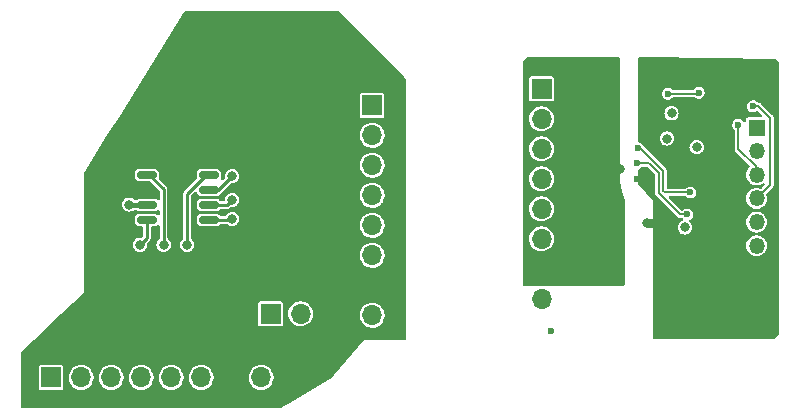
<source format=gbr>
%TF.GenerationSoftware,KiCad,Pcbnew,(6.0.8-1)-1*%
%TF.CreationDate,2022-11-22T09:59:05-05:00*%
%TF.ProjectId,encoder_driver,656e636f-6465-4725-9f64-72697665722e,rev?*%
%TF.SameCoordinates,Original*%
%TF.FileFunction,Copper,L4,Bot*%
%TF.FilePolarity,Positive*%
%FSLAX46Y46*%
G04 Gerber Fmt 4.6, Leading zero omitted, Abs format (unit mm)*
G04 Created by KiCad (PCBNEW (6.0.8-1)-1) date 2022-11-22 09:59:05*
%MOMM*%
%LPD*%
G01*
G04 APERTURE LIST*
G04 Aperture macros list*
%AMRoundRect*
0 Rectangle with rounded corners*
0 $1 Rounding radius*
0 $2 $3 $4 $5 $6 $7 $8 $9 X,Y pos of 4 corners*
0 Add a 4 corners polygon primitive as box body*
4,1,4,$2,$3,$4,$5,$6,$7,$8,$9,$2,$3,0*
0 Add four circle primitives for the rounded corners*
1,1,$1+$1,$2,$3*
1,1,$1+$1,$4,$5*
1,1,$1+$1,$6,$7*
1,1,$1+$1,$8,$9*
0 Add four rect primitives between the rounded corners*
20,1,$1+$1,$2,$3,$4,$5,0*
20,1,$1+$1,$4,$5,$6,$7,0*
20,1,$1+$1,$6,$7,$8,$9,0*
20,1,$1+$1,$8,$9,$2,$3,0*%
G04 Aperture macros list end*
%TA.AperFunction,ComponentPad*%
%ADD10R,1.700000X1.700000*%
%TD*%
%TA.AperFunction,ComponentPad*%
%ADD11O,1.700000X1.700000*%
%TD*%
%TA.AperFunction,ComponentPad*%
%ADD12R,1.350000X1.350000*%
%TD*%
%TA.AperFunction,ComponentPad*%
%ADD13O,1.350000X1.350000*%
%TD*%
%TA.AperFunction,SMDPad,CuDef*%
%ADD14RoundRect,0.150000X0.675000X0.150000X-0.675000X0.150000X-0.675000X-0.150000X0.675000X-0.150000X0*%
%TD*%
%TA.AperFunction,ViaPad*%
%ADD15C,0.600000*%
%TD*%
%TA.AperFunction,ViaPad*%
%ADD16C,0.800000*%
%TD*%
%TA.AperFunction,Conductor*%
%ADD17C,0.200000*%
%TD*%
%TA.AperFunction,Conductor*%
%ADD18C,0.800000*%
%TD*%
%TA.AperFunction,Conductor*%
%ADD19C,0.400000*%
%TD*%
%TA.AperFunction,Conductor*%
%ADD20C,0.250000*%
%TD*%
G04 APERTURE END LIST*
D10*
%TO.P,J2,1,Pin_1*%
%TO.N,IFA*%
X94670000Y-97040000D03*
D11*
%TO.P,J2,2,Pin_2*%
%TO.N,IFB*%
X97210000Y-97040000D03*
%TO.P,J2,3,Pin_3*%
%TO.N,IFC*%
X99750000Y-97040000D03*
%TO.P,J2,4,Pin_4*%
%TO.N,unconnected-(J2-Pad4)*%
X102290000Y-97040000D03*
%TO.P,J2,5,Pin_5*%
%TO.N,TRM1*%
X104830000Y-97040000D03*
%TO.P,J2,6,Pin_6*%
%TO.N,TRM2*%
X107370000Y-97040000D03*
%TO.P,J2,7,Pin_7*%
%TO.N,GND*%
X109910000Y-97040000D03*
%TO.P,J2,8,Pin_8*%
%TO.N,VIN*%
X112450000Y-97040000D03*
%TD*%
D10*
%TO.P,J5,1,Pin_1*%
%TO.N,ASCLK*%
X136200000Y-72605000D03*
D11*
%TO.P,J5,2,Pin_2*%
%TO.N,ACSQ*%
X136200000Y-75145000D03*
%TO.P,J5,3,Pin_3*%
%TO.N,AMOSI*%
X136200000Y-77685000D03*
%TO.P,J5,4,Pin_4*%
%TO.N,AMISO*%
X136200000Y-80225000D03*
%TO.P,J5,5,Pin_5*%
%TO.N,ATRM1*%
X136200000Y-82765000D03*
%TO.P,J5,6,Pin_6*%
%TO.N,ATRM2*%
X136200000Y-85305000D03*
%TO.P,J5,7,Pin_7*%
%TO.N,AGND*%
X136200000Y-87845000D03*
%TO.P,J5,8,Pin_8*%
%TO.N,A+5V*%
X136200000Y-90385000D03*
%TD*%
D10*
%TO.P,J1,1,Pin_1*%
%TO.N,SCK*%
X121847906Y-73999302D03*
D11*
%TO.P,J1,2,Pin_2*%
%TO.N,CSQ*%
X121847906Y-76539302D03*
%TO.P,J1,3,Pin_3*%
%TO.N,MOSI*%
X121847906Y-79079302D03*
%TO.P,J1,4,Pin_4*%
%TO.N,MISO*%
X121847906Y-81619302D03*
%TO.P,J1,5,Pin_5*%
%TO.N,TRM1*%
X121847906Y-84159302D03*
%TO.P,J1,6,Pin_6*%
%TO.N,TRM2*%
X121847906Y-86699302D03*
%TO.P,J1,7,Pin_7*%
%TO.N,GND*%
X121847906Y-89239302D03*
%TO.P,J1,8,Pin_8*%
%TO.N,VIN*%
X121847906Y-91779302D03*
%TD*%
D12*
%TO.P,J4,1,Pin_1*%
%TO.N,B+5V*%
X154400000Y-75880000D03*
D13*
%TO.P,J4,2,Pin_2*%
%TO.N,BTEMP*%
X154400000Y-77880000D03*
%TO.P,J4,3,Pin_3*%
%TO.N,BCSQ*%
X154400000Y-79880000D03*
%TO.P,J4,4,Pin_4*%
%TO.N,BSCLK*%
X154400000Y-81880000D03*
%TO.P,J4,5,Pin_5*%
%TO.N,BMISO*%
X154400000Y-83880000D03*
%TO.P,J4,6,Pin_6*%
%TO.N,BMOSI*%
X154400000Y-85880000D03*
%TO.P,J4,7,Pin_7*%
%TO.N,BGND*%
X154400000Y-87880000D03*
%TD*%
D10*
%TO.P,J3,1,Pin_1*%
%TO.N,TRM1*%
X113250000Y-91650000D03*
D11*
%TO.P,J3,2,Pin_2*%
%TO.N,TRM2*%
X115790000Y-91650000D03*
%TD*%
D14*
%TO.P,U1,1,IFC*%
%TO.N,Net-(R3-Pad1)*%
X108025000Y-79895000D03*
%TO.P,U1,2,CLK*%
%TO.N,Net-(R4-Pad2)*%
X108025000Y-81165000D03*
%TO.P,U1,3,CSQ*%
%TO.N,Net-(R5-Pad2)*%
X108025000Y-82435000D03*
%TO.P,U1,4,DO*%
%TO.N,Net-(R6-Pad2)*%
X108025000Y-83705000D03*
%TO.P,U1,5,IFA*%
%TO.N,Net-(R1-Pad1)*%
X102775000Y-83705000D03*
%TO.P,U1,6,Vdd*%
%TO.N,+5V*%
X102775000Y-82435000D03*
%TO.P,U1,7,GND*%
%TO.N,GND*%
X102775000Y-81165000D03*
%TO.P,U1,8,IFB*%
%TO.N,Net-(R2-Pad1)*%
X102775000Y-79895000D03*
%TD*%
D15*
%TO.N,BGND*%
X144303200Y-80250600D03*
D16*
X145125600Y-83933600D03*
%TO.N,B+5V*%
X148326000Y-84340000D03*
%TO.N,+5V*%
X101300000Y-82400000D03*
%TO.N,GND*%
X118650000Y-67400000D03*
X100650000Y-80800000D03*
X106756600Y-72313400D03*
X120050000Y-69200000D03*
%TO.N,AGND*%
X138800000Y-72680000D03*
X139000000Y-70680000D03*
X142879353Y-79401353D03*
X141214000Y-82358800D03*
X138525000Y-87005000D03*
D15*
X137000000Y-93080000D03*
D16*
X138800000Y-78280000D03*
%TO.N,BGND*%
X149600000Y-75280000D03*
X152800000Y-78880000D03*
X149690395Y-70507460D03*
D15*
X152625000Y-73055000D03*
D16*
X152600000Y-74680000D03*
X149000000Y-82480000D03*
%TO.N,+3V3*%
X147200000Y-74680000D03*
X146811576Y-76813332D03*
X149328926Y-77540413D03*
D15*
%TO.N,BMOSI*%
X148513587Y-83236642D03*
X144300000Y-78880000D03*
%TO.N,BMISO*%
X148800000Y-81380000D03*
X144350000Y-77630000D03*
%TO.N,BCSQ*%
X146900000Y-73030000D03*
X149500000Y-72930000D03*
X152850000Y-75630000D03*
%TO.N,BSCLK*%
X154100500Y-74080000D03*
D16*
%TO.N,Net-(R1-Pad1)*%
X102200000Y-85800000D03*
%TO.N,Net-(R2-Pad1)*%
X104200000Y-85800000D03*
%TO.N,Net-(R3-Pad1)*%
X106200000Y-85800000D03*
%TO.N,Net-(R4-Pad2)*%
X110000000Y-80000000D03*
%TO.N,Net-(R5-Pad2)*%
X110000000Y-82000000D03*
%TO.N,Net-(R6-Pad2)*%
X110000000Y-83600000D03*
%TD*%
D17*
%TO.N,BGND*%
X144303200Y-80250600D02*
X144871600Y-80250600D01*
D18*
X146192400Y-83933600D02*
X146243200Y-83984400D01*
X145125600Y-83933600D02*
X146192400Y-83933600D01*
D19*
%TO.N,+5V*%
X101300000Y-82400000D02*
X102890000Y-82400000D01*
D17*
%TO.N,BMOSI*%
X145350000Y-78980000D02*
X145250000Y-78880000D01*
X146100000Y-79730000D02*
X145350000Y-78980000D01*
X145250000Y-78880000D02*
X144300000Y-78880000D01*
X147906642Y-83236642D02*
X146100000Y-81430000D01*
X148513587Y-83236642D02*
X147906642Y-83236642D01*
X146100000Y-81430000D02*
X146100000Y-79730000D01*
%TO.N,BMISO*%
X146650000Y-81380000D02*
X146500000Y-81230000D01*
X144565685Y-77630000D02*
X144350000Y-77630000D01*
X144565685Y-77630000D02*
X146500000Y-79564315D01*
X146500000Y-81230000D02*
X146500000Y-79564315D01*
X148800000Y-81380000D02*
X146650000Y-81380000D01*
%TO.N,BCSQ*%
X154400000Y-79880000D02*
X154400000Y-79258859D01*
X146900000Y-73030000D02*
X149400000Y-73030000D01*
X154400000Y-79258859D02*
X152850000Y-77708859D01*
X152850000Y-77708859D02*
X152850000Y-75630000D01*
X149400000Y-73030000D02*
X149500000Y-72930000D01*
%TO.N,BSCLK*%
X155550000Y-80730000D02*
X154400000Y-81880000D01*
X154550000Y-74080000D02*
X155550000Y-75080000D01*
X155550000Y-75080000D02*
X155550000Y-80730000D01*
X154100500Y-74080000D02*
X154550000Y-74080000D01*
D20*
%TO.N,Net-(R1-Pad1)*%
X102775000Y-83705000D02*
X102775000Y-85225000D01*
X102775000Y-85225000D02*
X102200000Y-85800000D01*
%TO.N,Net-(R2-Pad1)*%
X104200000Y-81093249D02*
X104200000Y-85800000D01*
X102775000Y-79895000D02*
X103001751Y-79895000D01*
X103001751Y-79895000D02*
X104200000Y-81093249D01*
%TO.N,Net-(R3-Pad1)*%
X108025000Y-79895000D02*
X107798249Y-79895000D01*
X107798249Y-79895000D02*
X106200000Y-81493249D01*
X106200000Y-81493249D02*
X106200000Y-85800000D01*
%TO.N,Net-(R4-Pad2)*%
X108025000Y-81165000D02*
X108835000Y-81165000D01*
X108835000Y-81165000D02*
X110000000Y-80000000D01*
%TO.N,Net-(R5-Pad2)*%
X108025000Y-82435000D02*
X109565000Y-82435000D01*
X109565000Y-82435000D02*
X110000000Y-82000000D01*
%TO.N,Net-(R6-Pad2)*%
X109895000Y-83705000D02*
X110000000Y-83600000D01*
X108025000Y-83705000D02*
X109895000Y-83705000D01*
%TD*%
%TA.AperFunction,Conductor*%
%TO.N,GND*%
G36*
X119097411Y-66057283D02*
G01*
X119119170Y-66074977D01*
X124646131Y-71700634D01*
X124679604Y-71763245D01*
X124682251Y-71788654D01*
X124729720Y-92817192D01*
X124731850Y-93760997D01*
X124712001Y-93829162D01*
X124658451Y-93875776D01*
X124605850Y-93887281D01*
X121182135Y-93887281D01*
X118596929Y-96829068D01*
X118295340Y-97172255D01*
X118264929Y-97197477D01*
X114762226Y-99273153D01*
X114261840Y-99569678D01*
X114197605Y-99587281D01*
X92208135Y-99587281D01*
X92140014Y-99567279D01*
X92093521Y-99513623D01*
X92082135Y-99461281D01*
X92082135Y-97909748D01*
X93619500Y-97909748D01*
X93620707Y-97915816D01*
X93624331Y-97934033D01*
X93631133Y-97968231D01*
X93675448Y-98034552D01*
X93741769Y-98078867D01*
X93753938Y-98081288D01*
X93753939Y-98081288D01*
X93794184Y-98089293D01*
X93800252Y-98090500D01*
X95539748Y-98090500D01*
X95545816Y-98089293D01*
X95586061Y-98081288D01*
X95586062Y-98081288D01*
X95598231Y-98078867D01*
X95664552Y-98034552D01*
X95708867Y-97968231D01*
X95715670Y-97934033D01*
X95719293Y-97915816D01*
X95720500Y-97909748D01*
X95720500Y-97025262D01*
X96154520Y-97025262D01*
X96155036Y-97031406D01*
X96166864Y-97172255D01*
X96171759Y-97230553D01*
X96228544Y-97428586D01*
X96231359Y-97434063D01*
X96231360Y-97434066D01*
X96252247Y-97474707D01*
X96322712Y-97611818D01*
X96450677Y-97773270D01*
X96607564Y-97906791D01*
X96787398Y-98007297D01*
X96871280Y-98034552D01*
X96977471Y-98069056D01*
X96977475Y-98069057D01*
X96983329Y-98070959D01*
X97187894Y-98095351D01*
X97194029Y-98094879D01*
X97194031Y-98094879D01*
X97266625Y-98089293D01*
X97393300Y-98079546D01*
X97399230Y-98077890D01*
X97399232Y-98077890D01*
X97585797Y-98025800D01*
X97585796Y-98025800D01*
X97591725Y-98024145D01*
X97597214Y-98021372D01*
X97597220Y-98021370D01*
X97770116Y-97934033D01*
X97775610Y-97931258D01*
X97937951Y-97804424D01*
X98072564Y-97648472D01*
X98093387Y-97611818D01*
X98171276Y-97474707D01*
X98174323Y-97469344D01*
X98239351Y-97273863D01*
X98265171Y-97069474D01*
X98265583Y-97040000D01*
X98264138Y-97025262D01*
X98694520Y-97025262D01*
X98695036Y-97031406D01*
X98706864Y-97172255D01*
X98711759Y-97230553D01*
X98768544Y-97428586D01*
X98771359Y-97434063D01*
X98771360Y-97434066D01*
X98792247Y-97474707D01*
X98862712Y-97611818D01*
X98990677Y-97773270D01*
X99147564Y-97906791D01*
X99327398Y-98007297D01*
X99411280Y-98034552D01*
X99517471Y-98069056D01*
X99517475Y-98069057D01*
X99523329Y-98070959D01*
X99727894Y-98095351D01*
X99734029Y-98094879D01*
X99734031Y-98094879D01*
X99806625Y-98089293D01*
X99933300Y-98079546D01*
X99939230Y-98077890D01*
X99939232Y-98077890D01*
X100125797Y-98025800D01*
X100125796Y-98025800D01*
X100131725Y-98024145D01*
X100137214Y-98021372D01*
X100137220Y-98021370D01*
X100310116Y-97934033D01*
X100315610Y-97931258D01*
X100477951Y-97804424D01*
X100612564Y-97648472D01*
X100633387Y-97611818D01*
X100711276Y-97474707D01*
X100714323Y-97469344D01*
X100779351Y-97273863D01*
X100805171Y-97069474D01*
X100805583Y-97040000D01*
X100804138Y-97025262D01*
X101234520Y-97025262D01*
X101235036Y-97031406D01*
X101246864Y-97172255D01*
X101251759Y-97230553D01*
X101308544Y-97428586D01*
X101311359Y-97434063D01*
X101311360Y-97434066D01*
X101332247Y-97474707D01*
X101402712Y-97611818D01*
X101530677Y-97773270D01*
X101687564Y-97906791D01*
X101867398Y-98007297D01*
X101951280Y-98034552D01*
X102057471Y-98069056D01*
X102057475Y-98069057D01*
X102063329Y-98070959D01*
X102267894Y-98095351D01*
X102274029Y-98094879D01*
X102274031Y-98094879D01*
X102346625Y-98089293D01*
X102473300Y-98079546D01*
X102479230Y-98077890D01*
X102479232Y-98077890D01*
X102665797Y-98025800D01*
X102665796Y-98025800D01*
X102671725Y-98024145D01*
X102677214Y-98021372D01*
X102677220Y-98021370D01*
X102850116Y-97934033D01*
X102855610Y-97931258D01*
X103017951Y-97804424D01*
X103152564Y-97648472D01*
X103173387Y-97611818D01*
X103251276Y-97474707D01*
X103254323Y-97469344D01*
X103319351Y-97273863D01*
X103345171Y-97069474D01*
X103345583Y-97040000D01*
X103344138Y-97025262D01*
X103774520Y-97025262D01*
X103775036Y-97031406D01*
X103786864Y-97172255D01*
X103791759Y-97230553D01*
X103848544Y-97428586D01*
X103851359Y-97434063D01*
X103851360Y-97434066D01*
X103872247Y-97474707D01*
X103942712Y-97611818D01*
X104070677Y-97773270D01*
X104227564Y-97906791D01*
X104407398Y-98007297D01*
X104491280Y-98034552D01*
X104597471Y-98069056D01*
X104597475Y-98069057D01*
X104603329Y-98070959D01*
X104807894Y-98095351D01*
X104814029Y-98094879D01*
X104814031Y-98094879D01*
X104886625Y-98089293D01*
X105013300Y-98079546D01*
X105019230Y-98077890D01*
X105019232Y-98077890D01*
X105205797Y-98025800D01*
X105205796Y-98025800D01*
X105211725Y-98024145D01*
X105217214Y-98021372D01*
X105217220Y-98021370D01*
X105390116Y-97934033D01*
X105395610Y-97931258D01*
X105557951Y-97804424D01*
X105692564Y-97648472D01*
X105713387Y-97611818D01*
X105791276Y-97474707D01*
X105794323Y-97469344D01*
X105859351Y-97273863D01*
X105885171Y-97069474D01*
X105885583Y-97040000D01*
X105884138Y-97025262D01*
X106314520Y-97025262D01*
X106315036Y-97031406D01*
X106326864Y-97172255D01*
X106331759Y-97230553D01*
X106388544Y-97428586D01*
X106391359Y-97434063D01*
X106391360Y-97434066D01*
X106412247Y-97474707D01*
X106482712Y-97611818D01*
X106610677Y-97773270D01*
X106767564Y-97906791D01*
X106947398Y-98007297D01*
X107031280Y-98034552D01*
X107137471Y-98069056D01*
X107137475Y-98069057D01*
X107143329Y-98070959D01*
X107347894Y-98095351D01*
X107354029Y-98094879D01*
X107354031Y-98094879D01*
X107426625Y-98089293D01*
X107553300Y-98079546D01*
X107559230Y-98077890D01*
X107559232Y-98077890D01*
X107745797Y-98025800D01*
X107745796Y-98025800D01*
X107751725Y-98024145D01*
X107757214Y-98021372D01*
X107757220Y-98021370D01*
X107930116Y-97934033D01*
X107935610Y-97931258D01*
X108097951Y-97804424D01*
X108232564Y-97648472D01*
X108253387Y-97611818D01*
X108331276Y-97474707D01*
X108334323Y-97469344D01*
X108399351Y-97273863D01*
X108425171Y-97069474D01*
X108425583Y-97040000D01*
X108424138Y-97025262D01*
X111394520Y-97025262D01*
X111395036Y-97031406D01*
X111406864Y-97172255D01*
X111411759Y-97230553D01*
X111468544Y-97428586D01*
X111471359Y-97434063D01*
X111471360Y-97434066D01*
X111492247Y-97474707D01*
X111562712Y-97611818D01*
X111690677Y-97773270D01*
X111847564Y-97906791D01*
X112027398Y-98007297D01*
X112111280Y-98034552D01*
X112217471Y-98069056D01*
X112217475Y-98069057D01*
X112223329Y-98070959D01*
X112427894Y-98095351D01*
X112434029Y-98094879D01*
X112434031Y-98094879D01*
X112506625Y-98089293D01*
X112633300Y-98079546D01*
X112639230Y-98077890D01*
X112639232Y-98077890D01*
X112825797Y-98025800D01*
X112825796Y-98025800D01*
X112831725Y-98024145D01*
X112837214Y-98021372D01*
X112837220Y-98021370D01*
X113010116Y-97934033D01*
X113015610Y-97931258D01*
X113177951Y-97804424D01*
X113312564Y-97648472D01*
X113333387Y-97611818D01*
X113411276Y-97474707D01*
X113414323Y-97469344D01*
X113479351Y-97273863D01*
X113505171Y-97069474D01*
X113505583Y-97040000D01*
X113485480Y-96834970D01*
X113425935Y-96637749D01*
X113329218Y-96455849D01*
X113255859Y-96365902D01*
X113202906Y-96300975D01*
X113202903Y-96300972D01*
X113199011Y-96296200D01*
X113181786Y-96281950D01*
X113045025Y-96168811D01*
X113045021Y-96168809D01*
X113040275Y-96164882D01*
X112859055Y-96066897D01*
X112662254Y-96005977D01*
X112656129Y-96005333D01*
X112656128Y-96005333D01*
X112463498Y-95985087D01*
X112463496Y-95985087D01*
X112457369Y-95984443D01*
X112370529Y-95992346D01*
X112258342Y-96002555D01*
X112258339Y-96002556D01*
X112252203Y-96003114D01*
X112054572Y-96061280D01*
X111872002Y-96156726D01*
X111867201Y-96160586D01*
X111867198Y-96160588D01*
X111716254Y-96281950D01*
X111711447Y-96285815D01*
X111579024Y-96443630D01*
X111576056Y-96449028D01*
X111576053Y-96449033D01*
X111569315Y-96461290D01*
X111479776Y-96624162D01*
X111417484Y-96820532D01*
X111416798Y-96826649D01*
X111416797Y-96826653D01*
X111395207Y-97019137D01*
X111394520Y-97025262D01*
X108424138Y-97025262D01*
X108405480Y-96834970D01*
X108345935Y-96637749D01*
X108249218Y-96455849D01*
X108175859Y-96365902D01*
X108122906Y-96300975D01*
X108122903Y-96300972D01*
X108119011Y-96296200D01*
X108101786Y-96281950D01*
X107965025Y-96168811D01*
X107965021Y-96168809D01*
X107960275Y-96164882D01*
X107779055Y-96066897D01*
X107582254Y-96005977D01*
X107576129Y-96005333D01*
X107576128Y-96005333D01*
X107383498Y-95985087D01*
X107383496Y-95985087D01*
X107377369Y-95984443D01*
X107290529Y-95992346D01*
X107178342Y-96002555D01*
X107178339Y-96002556D01*
X107172203Y-96003114D01*
X106974572Y-96061280D01*
X106792002Y-96156726D01*
X106787201Y-96160586D01*
X106787198Y-96160588D01*
X106636254Y-96281950D01*
X106631447Y-96285815D01*
X106499024Y-96443630D01*
X106496056Y-96449028D01*
X106496053Y-96449033D01*
X106489315Y-96461290D01*
X106399776Y-96624162D01*
X106337484Y-96820532D01*
X106336798Y-96826649D01*
X106336797Y-96826653D01*
X106315207Y-97019137D01*
X106314520Y-97025262D01*
X105884138Y-97025262D01*
X105865480Y-96834970D01*
X105805935Y-96637749D01*
X105709218Y-96455849D01*
X105635859Y-96365902D01*
X105582906Y-96300975D01*
X105582903Y-96300972D01*
X105579011Y-96296200D01*
X105561786Y-96281950D01*
X105425025Y-96168811D01*
X105425021Y-96168809D01*
X105420275Y-96164882D01*
X105239055Y-96066897D01*
X105042254Y-96005977D01*
X105036129Y-96005333D01*
X105036128Y-96005333D01*
X104843498Y-95985087D01*
X104843496Y-95985087D01*
X104837369Y-95984443D01*
X104750529Y-95992346D01*
X104638342Y-96002555D01*
X104638339Y-96002556D01*
X104632203Y-96003114D01*
X104434572Y-96061280D01*
X104252002Y-96156726D01*
X104247201Y-96160586D01*
X104247198Y-96160588D01*
X104096254Y-96281950D01*
X104091447Y-96285815D01*
X103959024Y-96443630D01*
X103956056Y-96449028D01*
X103956053Y-96449033D01*
X103949315Y-96461290D01*
X103859776Y-96624162D01*
X103797484Y-96820532D01*
X103796798Y-96826649D01*
X103796797Y-96826653D01*
X103775207Y-97019137D01*
X103774520Y-97025262D01*
X103344138Y-97025262D01*
X103325480Y-96834970D01*
X103265935Y-96637749D01*
X103169218Y-96455849D01*
X103095859Y-96365902D01*
X103042906Y-96300975D01*
X103042903Y-96300972D01*
X103039011Y-96296200D01*
X103021786Y-96281950D01*
X102885025Y-96168811D01*
X102885021Y-96168809D01*
X102880275Y-96164882D01*
X102699055Y-96066897D01*
X102502254Y-96005977D01*
X102496129Y-96005333D01*
X102496128Y-96005333D01*
X102303498Y-95985087D01*
X102303496Y-95985087D01*
X102297369Y-95984443D01*
X102210529Y-95992346D01*
X102098342Y-96002555D01*
X102098339Y-96002556D01*
X102092203Y-96003114D01*
X101894572Y-96061280D01*
X101712002Y-96156726D01*
X101707201Y-96160586D01*
X101707198Y-96160588D01*
X101556254Y-96281950D01*
X101551447Y-96285815D01*
X101419024Y-96443630D01*
X101416056Y-96449028D01*
X101416053Y-96449033D01*
X101409315Y-96461290D01*
X101319776Y-96624162D01*
X101257484Y-96820532D01*
X101256798Y-96826649D01*
X101256797Y-96826653D01*
X101235207Y-97019137D01*
X101234520Y-97025262D01*
X100804138Y-97025262D01*
X100785480Y-96834970D01*
X100725935Y-96637749D01*
X100629218Y-96455849D01*
X100555859Y-96365902D01*
X100502906Y-96300975D01*
X100502903Y-96300972D01*
X100499011Y-96296200D01*
X100481786Y-96281950D01*
X100345025Y-96168811D01*
X100345021Y-96168809D01*
X100340275Y-96164882D01*
X100159055Y-96066897D01*
X99962254Y-96005977D01*
X99956129Y-96005333D01*
X99956128Y-96005333D01*
X99763498Y-95985087D01*
X99763496Y-95985087D01*
X99757369Y-95984443D01*
X99670529Y-95992346D01*
X99558342Y-96002555D01*
X99558339Y-96002556D01*
X99552203Y-96003114D01*
X99354572Y-96061280D01*
X99172002Y-96156726D01*
X99167201Y-96160586D01*
X99167198Y-96160588D01*
X99016254Y-96281950D01*
X99011447Y-96285815D01*
X98879024Y-96443630D01*
X98876056Y-96449028D01*
X98876053Y-96449033D01*
X98869315Y-96461290D01*
X98779776Y-96624162D01*
X98717484Y-96820532D01*
X98716798Y-96826649D01*
X98716797Y-96826653D01*
X98695207Y-97019137D01*
X98694520Y-97025262D01*
X98264138Y-97025262D01*
X98245480Y-96834970D01*
X98185935Y-96637749D01*
X98089218Y-96455849D01*
X98015859Y-96365902D01*
X97962906Y-96300975D01*
X97962903Y-96300972D01*
X97959011Y-96296200D01*
X97941786Y-96281950D01*
X97805025Y-96168811D01*
X97805021Y-96168809D01*
X97800275Y-96164882D01*
X97619055Y-96066897D01*
X97422254Y-96005977D01*
X97416129Y-96005333D01*
X97416128Y-96005333D01*
X97223498Y-95985087D01*
X97223496Y-95985087D01*
X97217369Y-95984443D01*
X97130529Y-95992346D01*
X97018342Y-96002555D01*
X97018339Y-96002556D01*
X97012203Y-96003114D01*
X96814572Y-96061280D01*
X96632002Y-96156726D01*
X96627201Y-96160586D01*
X96627198Y-96160588D01*
X96476254Y-96281950D01*
X96471447Y-96285815D01*
X96339024Y-96443630D01*
X96336056Y-96449028D01*
X96336053Y-96449033D01*
X96329315Y-96461290D01*
X96239776Y-96624162D01*
X96177484Y-96820532D01*
X96176798Y-96826649D01*
X96176797Y-96826653D01*
X96155207Y-97019137D01*
X96154520Y-97025262D01*
X95720500Y-97025262D01*
X95720500Y-96170252D01*
X95708867Y-96111769D01*
X95664552Y-96045448D01*
X95598231Y-96001133D01*
X95586062Y-95998712D01*
X95586061Y-95998712D01*
X95545816Y-95990707D01*
X95539748Y-95989500D01*
X93800252Y-95989500D01*
X93794184Y-95990707D01*
X93753939Y-95998712D01*
X93753938Y-95998712D01*
X93741769Y-96001133D01*
X93675448Y-96045448D01*
X93631133Y-96111769D01*
X93619500Y-96170252D01*
X93619500Y-97909748D01*
X92082135Y-97909748D01*
X92082135Y-94991246D01*
X92102137Y-94923125D01*
X92121196Y-94900045D01*
X93195675Y-93875776D01*
X94315417Y-92808358D01*
X94618175Y-92519748D01*
X112199500Y-92519748D01*
X112200707Y-92525816D01*
X112204331Y-92544033D01*
X112211133Y-92578231D01*
X112255448Y-92644552D01*
X112321769Y-92688867D01*
X112333938Y-92691288D01*
X112333939Y-92691288D01*
X112374184Y-92699293D01*
X112380252Y-92700500D01*
X114119748Y-92700500D01*
X114125816Y-92699293D01*
X114166061Y-92691288D01*
X114166062Y-92691288D01*
X114178231Y-92688867D01*
X114244552Y-92644552D01*
X114288867Y-92578231D01*
X114295670Y-92544033D01*
X114299293Y-92525816D01*
X114300500Y-92519748D01*
X114300500Y-91635262D01*
X114734520Y-91635262D01*
X114735036Y-91641406D01*
X114749091Y-91808776D01*
X114751759Y-91840553D01*
X114753458Y-91846478D01*
X114802933Y-92019017D01*
X114808544Y-92038586D01*
X114811359Y-92044063D01*
X114811360Y-92044066D01*
X114898699Y-92214009D01*
X114902712Y-92221818D01*
X115030677Y-92383270D01*
X115035370Y-92387264D01*
X115035371Y-92387265D01*
X115182607Y-92512572D01*
X115187564Y-92516791D01*
X115367398Y-92617297D01*
X115443734Y-92642100D01*
X115557471Y-92679056D01*
X115557475Y-92679057D01*
X115563329Y-92680959D01*
X115767894Y-92705351D01*
X115774029Y-92704879D01*
X115774031Y-92704879D01*
X115846625Y-92699293D01*
X115973300Y-92689546D01*
X115979230Y-92687890D01*
X115979232Y-92687890D01*
X116165797Y-92635800D01*
X116165796Y-92635800D01*
X116171725Y-92634145D01*
X116177214Y-92631372D01*
X116177220Y-92631370D01*
X116350116Y-92544033D01*
X116355610Y-92541258D01*
X116517951Y-92414424D01*
X116536931Y-92392436D01*
X116648540Y-92263134D01*
X116648540Y-92263133D01*
X116652564Y-92258472D01*
X116673387Y-92221818D01*
X116751276Y-92084707D01*
X116754323Y-92079344D01*
X116819351Y-91883863D01*
X116834422Y-91764564D01*
X120792426Y-91764564D01*
X120809665Y-91969855D01*
X120866450Y-92167888D01*
X120869265Y-92173365D01*
X120869266Y-92173368D01*
X120957803Y-92345643D01*
X120960618Y-92351120D01*
X121088583Y-92512572D01*
X121093276Y-92516566D01*
X121093277Y-92516567D01*
X121231542Y-92634239D01*
X121245470Y-92646093D01*
X121250848Y-92649099D01*
X121250850Y-92649100D01*
X121282469Y-92666771D01*
X121425304Y-92746599D01*
X121520144Y-92777415D01*
X121615377Y-92808358D01*
X121615381Y-92808359D01*
X121621235Y-92810261D01*
X121825800Y-92834653D01*
X121831935Y-92834181D01*
X121831937Y-92834181D01*
X121887945Y-92829871D01*
X122031206Y-92818848D01*
X122037136Y-92817192D01*
X122037138Y-92817192D01*
X122223703Y-92765102D01*
X122223702Y-92765102D01*
X122229631Y-92763447D01*
X122235120Y-92760674D01*
X122235126Y-92760672D01*
X122367858Y-92693624D01*
X122413516Y-92670560D01*
X122575857Y-92543726D01*
X122591317Y-92525816D01*
X122706446Y-92392436D01*
X122706446Y-92392435D01*
X122710470Y-92387774D01*
X122731293Y-92351120D01*
X122783924Y-92258472D01*
X122812229Y-92208646D01*
X122877257Y-92013165D01*
X122903077Y-91808776D01*
X122903489Y-91779302D01*
X122883386Y-91574272D01*
X122823841Y-91377051D01*
X122727124Y-91195151D01*
X122626105Y-91071290D01*
X122600812Y-91040277D01*
X122600809Y-91040274D01*
X122596917Y-91035502D01*
X122579692Y-91021252D01*
X122442931Y-90908113D01*
X122442927Y-90908111D01*
X122438181Y-90904184D01*
X122256961Y-90806199D01*
X122060160Y-90745279D01*
X122054035Y-90744635D01*
X122054034Y-90744635D01*
X121861404Y-90724389D01*
X121861402Y-90724389D01*
X121855275Y-90723745D01*
X121768435Y-90731648D01*
X121656248Y-90741857D01*
X121656245Y-90741858D01*
X121650109Y-90742416D01*
X121452478Y-90800582D01*
X121269908Y-90896028D01*
X121265107Y-90899888D01*
X121265104Y-90899890D01*
X121114160Y-91021252D01*
X121109353Y-91025117D01*
X120976930Y-91182932D01*
X120973962Y-91188330D01*
X120973959Y-91188335D01*
X120938053Y-91253649D01*
X120877682Y-91363464D01*
X120815390Y-91559834D01*
X120814704Y-91565951D01*
X120814703Y-91565955D01*
X120805276Y-91650000D01*
X120792426Y-91764564D01*
X116834422Y-91764564D01*
X116845171Y-91679474D01*
X116845583Y-91650000D01*
X116825480Y-91444970D01*
X116765935Y-91247749D01*
X116669218Y-91065849D01*
X116595859Y-90975902D01*
X116542906Y-90910975D01*
X116542903Y-90910972D01*
X116539011Y-90906200D01*
X116531384Y-90899890D01*
X116385025Y-90778811D01*
X116385021Y-90778809D01*
X116380275Y-90774882D01*
X116199055Y-90676897D01*
X116002254Y-90615977D01*
X115996129Y-90615333D01*
X115996128Y-90615333D01*
X115803498Y-90595087D01*
X115803496Y-90595087D01*
X115797369Y-90594443D01*
X115710529Y-90602346D01*
X115598342Y-90612555D01*
X115598339Y-90612556D01*
X115592203Y-90613114D01*
X115394572Y-90671280D01*
X115212002Y-90766726D01*
X115207201Y-90770586D01*
X115207198Y-90770588D01*
X115169893Y-90800582D01*
X115051447Y-90895815D01*
X114919024Y-91053630D01*
X114916056Y-91059028D01*
X114916053Y-91059033D01*
X114843848Y-91190375D01*
X114819776Y-91234162D01*
X114757484Y-91430532D01*
X114756798Y-91436649D01*
X114756797Y-91436653D01*
X114742294Y-91565955D01*
X114734520Y-91635262D01*
X114300500Y-91635262D01*
X114300500Y-90780252D01*
X114293906Y-90747101D01*
X114291288Y-90733939D01*
X114291288Y-90733938D01*
X114288867Y-90721769D01*
X114244552Y-90655448D01*
X114178231Y-90611133D01*
X114166062Y-90608712D01*
X114166061Y-90608712D01*
X114125816Y-90600707D01*
X114119748Y-90599500D01*
X112380252Y-90599500D01*
X112374184Y-90600707D01*
X112333939Y-90608712D01*
X112333938Y-90608712D01*
X112321769Y-90611133D01*
X112255448Y-90655448D01*
X112211133Y-90721769D01*
X112208712Y-90733938D01*
X112208712Y-90733939D01*
X112206094Y-90747101D01*
X112199500Y-90780252D01*
X112199500Y-92519748D01*
X94618175Y-92519748D01*
X97419022Y-89849782D01*
X97419023Y-89849780D01*
X97432135Y-89837281D01*
X97432135Y-86684564D01*
X120792426Y-86684564D01*
X120809665Y-86889855D01*
X120866450Y-87087888D01*
X120869265Y-87093365D01*
X120869266Y-87093368D01*
X120890153Y-87134009D01*
X120960618Y-87271120D01*
X121088583Y-87432572D01*
X121245470Y-87566093D01*
X121425304Y-87666599D01*
X121520144Y-87697415D01*
X121615377Y-87728358D01*
X121615381Y-87728359D01*
X121621235Y-87730261D01*
X121825800Y-87754653D01*
X121831935Y-87754181D01*
X121831937Y-87754181D01*
X121887945Y-87749871D01*
X122031206Y-87738848D01*
X122037136Y-87737192D01*
X122037138Y-87737192D01*
X122223703Y-87685102D01*
X122223702Y-87685102D01*
X122229631Y-87683447D01*
X122235120Y-87680674D01*
X122235126Y-87680672D01*
X122408022Y-87593335D01*
X122413516Y-87590560D01*
X122575857Y-87463726D01*
X122710470Y-87307774D01*
X122731293Y-87271120D01*
X122809182Y-87134009D01*
X122812229Y-87128646D01*
X122877257Y-86933165D01*
X122903077Y-86728776D01*
X122903489Y-86699302D01*
X122883386Y-86494272D01*
X122823841Y-86297051D01*
X122727124Y-86115151D01*
X122604167Y-85964391D01*
X122600812Y-85960277D01*
X122600809Y-85960274D01*
X122596917Y-85955502D01*
X122590079Y-85949845D01*
X122442931Y-85828113D01*
X122442927Y-85828111D01*
X122438181Y-85824184D01*
X122256961Y-85726199D01*
X122060160Y-85665279D01*
X122054035Y-85664635D01*
X122054034Y-85664635D01*
X121861404Y-85644389D01*
X121861402Y-85644389D01*
X121855275Y-85643745D01*
X121768435Y-85651648D01*
X121656248Y-85661857D01*
X121656245Y-85661858D01*
X121650109Y-85662416D01*
X121452478Y-85720582D01*
X121447013Y-85723439D01*
X121361193Y-85768305D01*
X121269908Y-85816028D01*
X121265107Y-85819888D01*
X121265104Y-85819890D01*
X121254877Y-85828113D01*
X121109353Y-85945117D01*
X120976930Y-86102932D01*
X120973962Y-86108330D01*
X120973959Y-86108335D01*
X120967221Y-86120592D01*
X120877682Y-86283464D01*
X120815390Y-86479834D01*
X120814704Y-86485951D01*
X120814703Y-86485955D01*
X120793113Y-86678439D01*
X120792426Y-86684564D01*
X97432135Y-86684564D01*
X97432135Y-82400000D01*
X100694318Y-82400000D01*
X100714956Y-82556762D01*
X100775464Y-82702841D01*
X100871718Y-82828282D01*
X100997159Y-82924536D01*
X101143238Y-82985044D01*
X101300000Y-83005682D01*
X101308188Y-83004604D01*
X101448574Y-82986122D01*
X101456762Y-82985044D01*
X101602841Y-82924536D01*
X101708133Y-82843743D01*
X101774354Y-82818143D01*
X101843902Y-82832408D01*
X101873854Y-82854532D01*
X101893650Y-82874293D01*
X101998482Y-82925536D01*
X102028973Y-82929984D01*
X102062256Y-82934840D01*
X102062260Y-82934840D01*
X102066782Y-82935500D01*
X103483218Y-82935500D01*
X103487768Y-82934830D01*
X103487771Y-82934830D01*
X103542426Y-82926784D01*
X103542427Y-82926784D01*
X103552112Y-82925358D01*
X103602008Y-82900860D01*
X103647507Y-82878522D01*
X103647509Y-82878521D01*
X103656855Y-82873932D01*
X103664212Y-82866562D01*
X103672681Y-82860499D01*
X103674558Y-82863121D01*
X103721617Y-82837375D01*
X103792437Y-82842383D01*
X103849307Y-82884883D01*
X103874172Y-82951384D01*
X103874500Y-82960474D01*
X103874500Y-83179661D01*
X103854498Y-83247782D01*
X103800842Y-83294275D01*
X103730568Y-83304379D01*
X103672948Y-83278064D01*
X103672200Y-83279113D01*
X103666779Y-83275246D01*
X103665988Y-83274885D01*
X103665052Y-83274015D01*
X103663722Y-83273067D01*
X103656350Y-83265707D01*
X103551518Y-83214464D01*
X103521027Y-83210016D01*
X103487744Y-83205160D01*
X103487740Y-83205160D01*
X103483218Y-83204500D01*
X102066782Y-83204500D01*
X102062232Y-83205170D01*
X102062229Y-83205170D01*
X102007574Y-83213216D01*
X102007573Y-83213216D01*
X101997888Y-83214642D01*
X101947992Y-83239140D01*
X101902493Y-83261478D01*
X101902491Y-83261479D01*
X101893145Y-83266068D01*
X101810707Y-83348650D01*
X101759464Y-83453482D01*
X101749500Y-83521782D01*
X101749500Y-83888218D01*
X101750170Y-83892768D01*
X101750170Y-83892771D01*
X101758216Y-83947426D01*
X101759642Y-83957112D01*
X101763958Y-83965902D01*
X101797051Y-84033305D01*
X101811068Y-84061855D01*
X101818438Y-84069212D01*
X101856668Y-84107375D01*
X101893650Y-84144293D01*
X101903006Y-84148866D01*
X101903007Y-84148867D01*
X101924355Y-84159302D01*
X101998482Y-84195536D01*
X102028973Y-84199984D01*
X102062256Y-84204840D01*
X102062260Y-84204840D01*
X102066782Y-84205500D01*
X102323500Y-84205500D01*
X102391621Y-84225502D01*
X102438114Y-84279158D01*
X102449500Y-84331500D01*
X102449500Y-85037984D01*
X102429498Y-85106105D01*
X102412595Y-85127079D01*
X102372383Y-85167291D01*
X102310071Y-85201317D01*
X102266843Y-85203118D01*
X102200000Y-85194318D01*
X102043238Y-85214956D01*
X101897159Y-85275464D01*
X101771718Y-85371718D01*
X101675464Y-85497159D01*
X101614956Y-85643238D01*
X101594318Y-85800000D01*
X101614956Y-85956762D01*
X101675464Y-86102841D01*
X101771718Y-86228282D01*
X101897159Y-86324536D01*
X102043238Y-86385044D01*
X102200000Y-86405682D01*
X102208188Y-86404604D01*
X102348574Y-86386122D01*
X102356762Y-86385044D01*
X102502841Y-86324536D01*
X102628282Y-86228282D01*
X102724536Y-86102841D01*
X102785044Y-85956762D01*
X102805682Y-85800000D01*
X102796882Y-85733157D01*
X102807821Y-85663010D01*
X102832709Y-85627617D01*
X102991215Y-85469111D01*
X102999319Y-85461684D01*
X103019749Y-85444541D01*
X103028194Y-85437455D01*
X103033707Y-85427906D01*
X103047039Y-85404815D01*
X103052945Y-85395544D01*
X103068230Y-85373715D01*
X103074554Y-85364684D01*
X103077408Y-85354034D01*
X103078885Y-85350866D01*
X103080077Y-85347590D01*
X103085588Y-85338045D01*
X103092130Y-85300942D01*
X103094509Y-85290210D01*
X103104264Y-85253807D01*
X103100979Y-85216257D01*
X103100500Y-85205276D01*
X103100500Y-84331500D01*
X103120502Y-84263379D01*
X103174158Y-84216886D01*
X103226500Y-84205500D01*
X103483218Y-84205500D01*
X103487768Y-84204830D01*
X103487771Y-84204830D01*
X103542426Y-84196784D01*
X103542427Y-84196784D01*
X103552112Y-84195358D01*
X103602008Y-84170860D01*
X103647507Y-84148522D01*
X103647509Y-84148521D01*
X103656855Y-84143932D01*
X103664212Y-84136562D01*
X103672681Y-84130499D01*
X103674558Y-84133121D01*
X103721617Y-84107375D01*
X103792437Y-84112383D01*
X103849307Y-84154883D01*
X103874172Y-84221384D01*
X103874500Y-84230474D01*
X103874500Y-85230714D01*
X103854498Y-85298835D01*
X103825204Y-85330677D01*
X103771718Y-85371718D01*
X103675464Y-85497159D01*
X103614956Y-85643238D01*
X103594318Y-85800000D01*
X103614956Y-85956762D01*
X103675464Y-86102841D01*
X103771718Y-86228282D01*
X103897159Y-86324536D01*
X104043238Y-86385044D01*
X104200000Y-86405682D01*
X104208188Y-86404604D01*
X104348574Y-86386122D01*
X104356762Y-86385044D01*
X104502841Y-86324536D01*
X104628282Y-86228282D01*
X104724536Y-86102841D01*
X104785044Y-85956762D01*
X104805682Y-85800000D01*
X105594318Y-85800000D01*
X105614956Y-85956762D01*
X105675464Y-86102841D01*
X105771718Y-86228282D01*
X105897159Y-86324536D01*
X106043238Y-86385044D01*
X106200000Y-86405682D01*
X106208188Y-86404604D01*
X106348574Y-86386122D01*
X106356762Y-86385044D01*
X106502841Y-86324536D01*
X106628282Y-86228282D01*
X106724536Y-86102841D01*
X106785044Y-85956762D01*
X106805682Y-85800000D01*
X106785044Y-85643238D01*
X106724536Y-85497159D01*
X106628282Y-85371718D01*
X106574796Y-85330677D01*
X106532929Y-85273339D01*
X106525500Y-85230714D01*
X106525500Y-83888218D01*
X106999500Y-83888218D01*
X107000170Y-83892768D01*
X107000170Y-83892771D01*
X107008216Y-83947426D01*
X107009642Y-83957112D01*
X107013958Y-83965902D01*
X107047051Y-84033305D01*
X107061068Y-84061855D01*
X107068438Y-84069212D01*
X107106668Y-84107375D01*
X107143650Y-84144293D01*
X107153006Y-84148866D01*
X107153007Y-84148867D01*
X107174355Y-84159302D01*
X107248482Y-84195536D01*
X107278973Y-84199984D01*
X107312256Y-84204840D01*
X107312260Y-84204840D01*
X107316782Y-84205500D01*
X108733218Y-84205500D01*
X108737768Y-84204830D01*
X108737771Y-84204830D01*
X108792426Y-84196784D01*
X108792427Y-84196784D01*
X108802112Y-84195358D01*
X108852008Y-84170860D01*
X108897507Y-84148522D01*
X108897509Y-84148521D01*
X108906855Y-84143932D01*
X108983171Y-84067482D01*
X109045455Y-84033403D01*
X109072345Y-84030500D01*
X109531838Y-84030500D01*
X109599959Y-84050502D01*
X109608531Y-84056529D01*
X109697159Y-84124536D01*
X109843238Y-84185044D01*
X109851426Y-84186122D01*
X109898201Y-84192280D01*
X110000000Y-84205682D01*
X110008188Y-84204604D01*
X110148574Y-84186122D01*
X110156762Y-84185044D01*
X110254489Y-84144564D01*
X120792426Y-84144564D01*
X120792942Y-84150708D01*
X120808124Y-84331500D01*
X120809665Y-84349855D01*
X120866450Y-84547888D01*
X120869265Y-84553365D01*
X120869266Y-84553368D01*
X120890153Y-84594009D01*
X120960618Y-84731120D01*
X121088583Y-84892572D01*
X121245470Y-85026093D01*
X121425304Y-85126599D01*
X121520144Y-85157415D01*
X121615377Y-85188358D01*
X121615381Y-85188359D01*
X121621235Y-85190261D01*
X121825800Y-85214653D01*
X121831935Y-85214181D01*
X121831937Y-85214181D01*
X121887945Y-85209871D01*
X122031206Y-85198848D01*
X122037136Y-85197192D01*
X122037138Y-85197192D01*
X122223703Y-85145102D01*
X122223702Y-85145102D01*
X122229631Y-85143447D01*
X122235120Y-85140674D01*
X122235126Y-85140672D01*
X122408022Y-85053335D01*
X122413516Y-85050560D01*
X122575857Y-84923726D01*
X122710470Y-84767774D01*
X122731293Y-84731120D01*
X122809182Y-84594009D01*
X122812229Y-84588646D01*
X122877257Y-84393165D01*
X122903077Y-84188776D01*
X122903489Y-84159302D01*
X122883386Y-83954272D01*
X122823841Y-83757051D01*
X122727124Y-83575151D01*
X122627893Y-83453482D01*
X122600812Y-83420277D01*
X122600809Y-83420274D01*
X122596917Y-83415502D01*
X122579692Y-83401252D01*
X122442931Y-83288113D01*
X122442927Y-83288111D01*
X122438181Y-83284184D01*
X122256961Y-83186199D01*
X122060160Y-83125279D01*
X122054035Y-83124635D01*
X122054034Y-83124635D01*
X121861404Y-83104389D01*
X121861402Y-83104389D01*
X121855275Y-83103745D01*
X121768435Y-83111648D01*
X121656248Y-83121857D01*
X121656245Y-83121858D01*
X121650109Y-83122416D01*
X121452478Y-83180582D01*
X121269908Y-83276028D01*
X121265107Y-83279888D01*
X121265104Y-83279890D01*
X121187018Y-83342673D01*
X121109353Y-83405117D01*
X120976930Y-83562932D01*
X120973962Y-83568330D01*
X120973959Y-83568335D01*
X120952050Y-83608188D01*
X120877682Y-83743464D01*
X120815390Y-83939834D01*
X120814704Y-83945951D01*
X120814703Y-83945955D01*
X120793324Y-84136562D01*
X120792426Y-84144564D01*
X110254489Y-84144564D01*
X110302841Y-84124536D01*
X110428282Y-84028282D01*
X110524536Y-83902841D01*
X110585044Y-83756762D01*
X110605682Y-83600000D01*
X110585044Y-83443238D01*
X110524536Y-83297159D01*
X110434377Y-83179661D01*
X110433305Y-83178264D01*
X110428282Y-83171718D01*
X110302841Y-83075464D01*
X110156762Y-83014956D01*
X110000000Y-82994318D01*
X109843238Y-83014956D01*
X109697159Y-83075464D01*
X109571718Y-83171718D01*
X109566695Y-83178264D01*
X109565623Y-83179661D01*
X109475464Y-83297159D01*
X109472304Y-83304789D01*
X109468175Y-83311940D01*
X109466237Y-83310821D01*
X109429035Y-83356994D01*
X109357167Y-83379500D01*
X109072468Y-83379500D01*
X109004347Y-83359498D01*
X108983450Y-83342673D01*
X108945090Y-83304379D01*
X108920558Y-83279890D01*
X108913721Y-83273065D01*
X108913720Y-83273065D01*
X108906350Y-83265707D01*
X108801518Y-83214464D01*
X108771027Y-83210016D01*
X108737744Y-83205160D01*
X108737740Y-83205160D01*
X108733218Y-83204500D01*
X107316782Y-83204500D01*
X107312232Y-83205170D01*
X107312229Y-83205170D01*
X107257574Y-83213216D01*
X107257573Y-83213216D01*
X107247888Y-83214642D01*
X107197992Y-83239140D01*
X107152493Y-83261478D01*
X107152491Y-83261479D01*
X107143145Y-83266068D01*
X107060707Y-83348650D01*
X107009464Y-83453482D01*
X106999500Y-83521782D01*
X106999500Y-83888218D01*
X106525500Y-83888218D01*
X106525500Y-82618218D01*
X106999500Y-82618218D01*
X107000170Y-82622768D01*
X107000170Y-82622771D01*
X107007738Y-82674181D01*
X107009642Y-82687112D01*
X107029830Y-82728230D01*
X107047522Y-82764264D01*
X107061068Y-82791855D01*
X107068438Y-82799212D01*
X107106668Y-82837375D01*
X107143650Y-82874293D01*
X107248482Y-82925536D01*
X107278973Y-82929984D01*
X107312256Y-82934840D01*
X107312260Y-82934840D01*
X107316782Y-82935500D01*
X108733218Y-82935500D01*
X108737768Y-82934830D01*
X108737771Y-82934830D01*
X108792426Y-82926784D01*
X108792427Y-82926784D01*
X108802112Y-82925358D01*
X108852008Y-82900860D01*
X108897507Y-82878522D01*
X108897509Y-82878521D01*
X108906855Y-82873932D01*
X108948307Y-82832408D01*
X108983172Y-82797482D01*
X109045455Y-82763403D01*
X109072345Y-82760500D01*
X109545290Y-82760500D01*
X109556272Y-82760980D01*
X109582820Y-82763303D01*
X109582822Y-82763303D01*
X109593807Y-82764264D01*
X109630215Y-82754508D01*
X109640942Y-82752130D01*
X109644301Y-82751538D01*
X109678045Y-82745588D01*
X109687590Y-82740077D01*
X109690866Y-82738885D01*
X109694034Y-82737408D01*
X109704684Y-82734554D01*
X109735544Y-82712945D01*
X109744815Y-82707039D01*
X109767906Y-82693707D01*
X109777455Y-82688194D01*
X109801685Y-82659317D01*
X109809111Y-82651215D01*
X109827617Y-82632709D01*
X109889929Y-82598683D01*
X109933157Y-82596882D01*
X110000000Y-82605682D01*
X110008188Y-82604604D01*
X110016977Y-82603447D01*
X110156762Y-82585044D01*
X110302841Y-82524536D01*
X110428282Y-82428282D01*
X110449984Y-82400000D01*
X110519509Y-82309392D01*
X110524536Y-82302841D01*
X110585044Y-82156762D01*
X110605682Y-82000000D01*
X110585044Y-81843238D01*
X110524536Y-81697159D01*
X110453486Y-81604564D01*
X120792426Y-81604564D01*
X120792942Y-81610708D01*
X120800202Y-81697159D01*
X120809665Y-81809855D01*
X120811364Y-81815780D01*
X120864173Y-81999946D01*
X120866450Y-82007888D01*
X120869265Y-82013365D01*
X120869266Y-82013368D01*
X120957803Y-82185643D01*
X120960618Y-82191120D01*
X121088583Y-82352572D01*
X121093276Y-82356566D01*
X121093277Y-82356567D01*
X121169851Y-82421736D01*
X121245470Y-82486093D01*
X121250848Y-82489099D01*
X121250850Y-82489100D01*
X121319910Y-82527696D01*
X121425304Y-82586599D01*
X121508441Y-82613612D01*
X121615377Y-82648358D01*
X121615381Y-82648359D01*
X121621235Y-82650261D01*
X121825800Y-82674653D01*
X121831935Y-82674181D01*
X121831937Y-82674181D01*
X121887945Y-82669871D01*
X122031206Y-82658848D01*
X122037136Y-82657192D01*
X122037138Y-82657192D01*
X122223703Y-82605102D01*
X122223702Y-82605102D01*
X122229631Y-82603447D01*
X122235120Y-82600674D01*
X122235126Y-82600672D01*
X122408022Y-82513335D01*
X122413516Y-82510560D01*
X122575857Y-82383726D01*
X122645675Y-82302841D01*
X122706446Y-82232436D01*
X122706446Y-82232435D01*
X122710470Y-82227774D01*
X122731293Y-82191120D01*
X122795471Y-82078145D01*
X122812229Y-82048646D01*
X122877257Y-81853165D01*
X122903077Y-81648776D01*
X122903489Y-81619302D01*
X122883386Y-81414272D01*
X122823841Y-81217051D01*
X122727124Y-81035151D01*
X122627854Y-80913434D01*
X122600812Y-80880277D01*
X122600809Y-80880274D01*
X122596917Y-80875502D01*
X122569757Y-80853033D01*
X122442931Y-80748113D01*
X122442927Y-80748111D01*
X122438181Y-80744184D01*
X122256961Y-80646199D01*
X122060160Y-80585279D01*
X122054035Y-80584635D01*
X122054034Y-80584635D01*
X121861404Y-80564389D01*
X121861402Y-80564389D01*
X121855275Y-80563745D01*
X121768435Y-80571648D01*
X121656248Y-80581857D01*
X121656245Y-80581858D01*
X121650109Y-80582416D01*
X121452478Y-80640582D01*
X121269908Y-80736028D01*
X121265107Y-80739888D01*
X121265104Y-80739890D01*
X121119991Y-80856564D01*
X121109353Y-80865117D01*
X120976930Y-81022932D01*
X120973962Y-81028330D01*
X120973959Y-81028335D01*
X120927437Y-81112959D01*
X120877682Y-81203464D01*
X120815390Y-81399834D01*
X120814704Y-81405951D01*
X120814703Y-81405955D01*
X120802809Y-81511995D01*
X120792426Y-81604564D01*
X110453486Y-81604564D01*
X110428282Y-81571718D01*
X110302841Y-81475464D01*
X110156762Y-81414956D01*
X110000000Y-81394318D01*
X109843238Y-81414956D01*
X109697159Y-81475464D01*
X109571718Y-81571718D01*
X109475464Y-81697159D01*
X109414956Y-81843238D01*
X109413878Y-81851426D01*
X109394325Y-81999946D01*
X109365603Y-82064873D01*
X109306337Y-82103965D01*
X109269403Y-82109500D01*
X109072468Y-82109500D01*
X109004347Y-82089498D01*
X108983450Y-82072673D01*
X108975637Y-82064873D01*
X108924042Y-82013368D01*
X108913721Y-82003065D01*
X108913720Y-82003065D01*
X108906350Y-81995707D01*
X108870666Y-81978264D01*
X108846998Y-81966695D01*
X108801518Y-81944464D01*
X108771027Y-81940016D01*
X108737744Y-81935160D01*
X108737740Y-81935160D01*
X108733218Y-81934500D01*
X107316782Y-81934500D01*
X107312232Y-81935170D01*
X107312229Y-81935170D01*
X107257574Y-81943216D01*
X107257573Y-81943216D01*
X107247888Y-81944642D01*
X107202971Y-81966695D01*
X107152493Y-81991478D01*
X107152491Y-81991479D01*
X107143145Y-81996068D01*
X107060707Y-82078650D01*
X107056134Y-82088006D01*
X107056133Y-82088007D01*
X107048333Y-82103965D01*
X107009464Y-82183482D01*
X106999500Y-82251782D01*
X106999500Y-82618218D01*
X106525500Y-82618218D01*
X106525500Y-81680265D01*
X106545502Y-81612144D01*
X106562405Y-81591170D01*
X106798573Y-81355002D01*
X106860885Y-81320976D01*
X106931700Y-81326041D01*
X106988536Y-81368588D01*
X107007992Y-81406705D01*
X107008216Y-81407426D01*
X107009642Y-81417112D01*
X107061068Y-81521855D01*
X107068438Y-81529212D01*
X107117576Y-81578264D01*
X107143650Y-81604293D01*
X107153006Y-81608866D01*
X107153007Y-81608867D01*
X107174355Y-81619302D01*
X107248482Y-81655536D01*
X107278973Y-81659984D01*
X107312256Y-81664840D01*
X107312260Y-81664840D01*
X107316782Y-81665500D01*
X108733218Y-81665500D01*
X108737768Y-81664830D01*
X108737771Y-81664830D01*
X108792426Y-81656784D01*
X108792427Y-81656784D01*
X108802112Y-81655358D01*
X108857681Y-81628075D01*
X108897507Y-81608522D01*
X108897509Y-81608521D01*
X108906855Y-81603932D01*
X108989293Y-81521350D01*
X109024670Y-81448976D01*
X109048231Y-81418845D01*
X109047455Y-81418194D01*
X109066585Y-81395396D01*
X109071685Y-81389317D01*
X109079111Y-81381215D01*
X109827617Y-80632709D01*
X109889929Y-80598683D01*
X109933157Y-80596882D01*
X110000000Y-80605682D01*
X110008188Y-80604604D01*
X110148574Y-80586122D01*
X110156762Y-80585044D01*
X110302841Y-80524536D01*
X110428282Y-80428282D01*
X110524536Y-80302841D01*
X110585044Y-80156762D01*
X110605682Y-80000000D01*
X110585044Y-79843238D01*
X110524536Y-79697159D01*
X110428282Y-79571718D01*
X110302841Y-79475464D01*
X110156762Y-79414956D01*
X110111203Y-79408958D01*
X110008188Y-79395396D01*
X110000000Y-79394318D01*
X109991812Y-79395396D01*
X109888798Y-79408958D01*
X109843238Y-79414956D01*
X109697159Y-79475464D01*
X109571718Y-79571718D01*
X109475464Y-79697159D01*
X109414956Y-79843238D01*
X109394318Y-80000000D01*
X109400704Y-80048503D01*
X109403118Y-80066842D01*
X109392179Y-80136990D01*
X109367291Y-80172383D01*
X109237192Y-80302482D01*
X109174880Y-80336508D01*
X109104065Y-80331443D01*
X109047229Y-80288896D01*
X109022418Y-80222376D01*
X109033603Y-80164722D01*
X109033354Y-80164645D01*
X109034063Y-80162350D01*
X109034897Y-80158055D01*
X109040536Y-80146518D01*
X109050500Y-80078218D01*
X109050500Y-79711782D01*
X109048348Y-79697159D01*
X109041784Y-79652574D01*
X109041784Y-79652573D01*
X109040358Y-79642888D01*
X109008629Y-79578264D01*
X108993522Y-79547493D01*
X108993521Y-79547491D01*
X108988932Y-79538145D01*
X108906350Y-79455707D01*
X108801518Y-79404464D01*
X108771027Y-79400016D01*
X108737744Y-79395160D01*
X108737740Y-79395160D01*
X108733218Y-79394500D01*
X107316782Y-79394500D01*
X107312232Y-79395170D01*
X107312229Y-79395170D01*
X107257574Y-79403216D01*
X107257573Y-79403216D01*
X107247888Y-79404642D01*
X107226881Y-79414956D01*
X107152493Y-79451478D01*
X107152491Y-79451479D01*
X107143145Y-79456068D01*
X107060707Y-79538650D01*
X107009464Y-79643482D01*
X107005016Y-79673973D01*
X107000247Y-79706664D01*
X106999500Y-79711782D01*
X106999500Y-80078218D01*
X107000170Y-80082768D01*
X107000170Y-80082771D01*
X107009642Y-80147112D01*
X107006577Y-80147563D01*
X107007444Y-80202312D01*
X106975096Y-80257826D01*
X105983784Y-81249139D01*
X105975681Y-81256565D01*
X105946806Y-81280794D01*
X105941293Y-81290343D01*
X105927961Y-81313434D01*
X105922055Y-81322705D01*
X105900446Y-81353565D01*
X105897592Y-81364215D01*
X105896115Y-81367383D01*
X105894923Y-81370659D01*
X105889412Y-81380204D01*
X105884446Y-81408370D01*
X105882870Y-81417307D01*
X105880492Y-81428034D01*
X105870736Y-81464442D01*
X105871697Y-81475427D01*
X105871697Y-81475429D01*
X105874020Y-81501977D01*
X105874500Y-81512959D01*
X105874500Y-85230714D01*
X105854498Y-85298835D01*
X105825204Y-85330677D01*
X105771718Y-85371718D01*
X105675464Y-85497159D01*
X105614956Y-85643238D01*
X105594318Y-85800000D01*
X104805682Y-85800000D01*
X104785044Y-85643238D01*
X104724536Y-85497159D01*
X104628282Y-85371718D01*
X104574796Y-85330677D01*
X104532929Y-85273339D01*
X104525500Y-85230714D01*
X104525500Y-81112959D01*
X104525980Y-81101977D01*
X104528303Y-81075429D01*
X104528303Y-81075427D01*
X104529264Y-81064442D01*
X104519508Y-81028034D01*
X104517130Y-81017307D01*
X104516538Y-81013948D01*
X104510588Y-80980204D01*
X104505077Y-80970659D01*
X104503885Y-80967383D01*
X104502408Y-80964215D01*
X104499554Y-80953565D01*
X104477945Y-80922705D01*
X104472039Y-80913434D01*
X104458707Y-80890343D01*
X104453194Y-80880794D01*
X104424317Y-80856564D01*
X104416215Y-80849138D01*
X103824883Y-80257806D01*
X103790857Y-80195494D01*
X103792942Y-80146869D01*
X103790536Y-80146518D01*
X103799840Y-80082744D01*
X103799840Y-80082740D01*
X103800500Y-80078218D01*
X103800500Y-79711782D01*
X103798348Y-79697159D01*
X103791784Y-79652574D01*
X103791784Y-79652573D01*
X103790358Y-79642888D01*
X103758629Y-79578264D01*
X103743522Y-79547493D01*
X103743521Y-79547491D01*
X103738932Y-79538145D01*
X103656350Y-79455707D01*
X103551518Y-79404464D01*
X103521027Y-79400016D01*
X103487744Y-79395160D01*
X103487740Y-79395160D01*
X103483218Y-79394500D01*
X102066782Y-79394500D01*
X102062232Y-79395170D01*
X102062229Y-79395170D01*
X102007574Y-79403216D01*
X102007573Y-79403216D01*
X101997888Y-79404642D01*
X101976881Y-79414956D01*
X101902493Y-79451478D01*
X101902491Y-79451479D01*
X101893145Y-79456068D01*
X101810707Y-79538650D01*
X101759464Y-79643482D01*
X101755016Y-79673973D01*
X101750247Y-79706664D01*
X101749500Y-79711782D01*
X101749500Y-80078218D01*
X101750170Y-80082768D01*
X101750170Y-80082771D01*
X101758152Y-80136990D01*
X101759642Y-80147112D01*
X101783396Y-80195494D01*
X101796595Y-80222376D01*
X101811068Y-80251855D01*
X101818438Y-80259212D01*
X101868706Y-80309392D01*
X101893650Y-80334293D01*
X101998482Y-80385536D01*
X102028973Y-80389984D01*
X102062256Y-80394840D01*
X102062260Y-80394840D01*
X102066782Y-80395500D01*
X102989735Y-80395500D01*
X103057856Y-80415502D01*
X103078830Y-80432405D01*
X103837595Y-81191170D01*
X103871621Y-81253482D01*
X103874500Y-81280265D01*
X103874500Y-81909661D01*
X103854498Y-81977782D01*
X103800842Y-82024275D01*
X103730568Y-82034379D01*
X103672948Y-82008064D01*
X103672200Y-82009113D01*
X103666779Y-82005246D01*
X103665988Y-82004885D01*
X103665052Y-82004015D01*
X103663722Y-82003067D01*
X103656350Y-81995707D01*
X103620666Y-81978264D01*
X103596998Y-81966695D01*
X103551518Y-81944464D01*
X103521027Y-81940016D01*
X103487744Y-81935160D01*
X103487740Y-81935160D01*
X103483218Y-81934500D01*
X102066782Y-81934500D01*
X102062232Y-81935170D01*
X102062229Y-81935170D01*
X102007574Y-81943216D01*
X102007573Y-81943216D01*
X101997888Y-81944642D01*
X101929408Y-81978264D01*
X101912423Y-81986603D01*
X101856892Y-81999500D01*
X101806731Y-81999500D01*
X101738610Y-81979498D01*
X101728540Y-81971382D01*
X101728282Y-81971718D01*
X101721736Y-81966695D01*
X101602841Y-81875464D01*
X101456762Y-81814956D01*
X101300000Y-81794318D01*
X101143238Y-81814956D01*
X100997159Y-81875464D01*
X100871718Y-81971718D01*
X100866695Y-81978264D01*
X100848509Y-82001964D01*
X100775464Y-82097159D01*
X100714956Y-82243238D01*
X100694318Y-82400000D01*
X97432135Y-82400000D01*
X97432135Y-79773374D01*
X97451243Y-79706664D01*
X97851970Y-79064564D01*
X120792426Y-79064564D01*
X120809665Y-79269855D01*
X120811364Y-79275780D01*
X120863061Y-79456068D01*
X120866450Y-79467888D01*
X120869265Y-79473365D01*
X120869266Y-79473368D01*
X120957803Y-79645643D01*
X120960618Y-79651120D01*
X121088583Y-79812572D01*
X121093276Y-79816566D01*
X121093277Y-79816567D01*
X121124616Y-79843238D01*
X121245470Y-79946093D01*
X121425304Y-80046599D01*
X121508441Y-80073612D01*
X121615377Y-80108358D01*
X121615381Y-80108359D01*
X121621235Y-80110261D01*
X121825800Y-80134653D01*
X121831935Y-80134181D01*
X121831937Y-80134181D01*
X121887945Y-80129871D01*
X122031206Y-80118848D01*
X122037136Y-80117192D01*
X122037138Y-80117192D01*
X122176727Y-80078218D01*
X122229631Y-80063447D01*
X122235120Y-80060674D01*
X122235126Y-80060672D01*
X122408022Y-79973335D01*
X122413516Y-79970560D01*
X122575857Y-79843726D01*
X122582864Y-79835609D01*
X122706446Y-79692436D01*
X122706446Y-79692435D01*
X122710470Y-79687774D01*
X122730467Y-79652574D01*
X122776399Y-79571718D01*
X122812229Y-79508646D01*
X122877257Y-79313165D01*
X122903077Y-79108776D01*
X122903489Y-79079302D01*
X122883386Y-78874272D01*
X122823841Y-78677051D01*
X122727124Y-78495151D01*
X122653765Y-78405204D01*
X122600812Y-78340277D01*
X122600809Y-78340274D01*
X122596917Y-78335502D01*
X122579692Y-78321252D01*
X122442931Y-78208113D01*
X122442927Y-78208111D01*
X122438181Y-78204184D01*
X122256961Y-78106199D01*
X122060160Y-78045279D01*
X122054035Y-78044635D01*
X122054034Y-78044635D01*
X121861404Y-78024389D01*
X121861402Y-78024389D01*
X121855275Y-78023745D01*
X121768435Y-78031648D01*
X121656248Y-78041857D01*
X121656245Y-78041858D01*
X121650109Y-78042416D01*
X121452478Y-78100582D01*
X121269908Y-78196028D01*
X121265107Y-78199888D01*
X121265104Y-78199890D01*
X121254877Y-78208113D01*
X121109353Y-78325117D01*
X120976930Y-78482932D01*
X120973962Y-78488330D01*
X120973959Y-78488335D01*
X120967221Y-78500592D01*
X120877682Y-78663464D01*
X120815390Y-78859834D01*
X120814704Y-78865951D01*
X120814703Y-78865955D01*
X120793113Y-79058439D01*
X120792426Y-79064564D01*
X97851970Y-79064564D01*
X99437152Y-76524564D01*
X120792426Y-76524564D01*
X120809665Y-76729855D01*
X120866450Y-76927888D01*
X120869265Y-76933365D01*
X120869266Y-76933368D01*
X120890153Y-76974009D01*
X120960618Y-77111120D01*
X121088583Y-77272572D01*
X121245470Y-77406093D01*
X121425304Y-77506599D01*
X121520144Y-77537415D01*
X121615377Y-77568358D01*
X121615381Y-77568359D01*
X121621235Y-77570261D01*
X121825800Y-77594653D01*
X121831935Y-77594181D01*
X121831937Y-77594181D01*
X121887945Y-77589871D01*
X122031206Y-77578848D01*
X122037136Y-77577192D01*
X122037138Y-77577192D01*
X122223703Y-77525102D01*
X122223702Y-77525102D01*
X122229631Y-77523447D01*
X122235120Y-77520674D01*
X122235126Y-77520672D01*
X122408022Y-77433335D01*
X122413516Y-77430560D01*
X122575857Y-77303726D01*
X122710470Y-77147774D01*
X122731293Y-77111120D01*
X122809182Y-76974009D01*
X122812229Y-76968646D01*
X122877257Y-76773165D01*
X122903077Y-76568776D01*
X122903489Y-76539302D01*
X122883386Y-76334272D01*
X122823841Y-76137051D01*
X122727124Y-75955151D01*
X122653765Y-75865204D01*
X122600812Y-75800277D01*
X122600809Y-75800274D01*
X122596917Y-75795502D01*
X122579692Y-75781252D01*
X122442931Y-75668113D01*
X122442927Y-75668111D01*
X122438181Y-75664184D01*
X122256961Y-75566199D01*
X122060160Y-75505279D01*
X122054035Y-75504635D01*
X122054034Y-75504635D01*
X121861404Y-75484389D01*
X121861402Y-75484389D01*
X121855275Y-75483745D01*
X121768435Y-75491648D01*
X121656248Y-75501857D01*
X121656245Y-75501858D01*
X121650109Y-75502416D01*
X121452478Y-75560582D01*
X121269908Y-75656028D01*
X121265107Y-75659888D01*
X121265104Y-75659890D01*
X121254877Y-75668113D01*
X121109353Y-75785117D01*
X120976930Y-75942932D01*
X120973962Y-75948330D01*
X120973959Y-75948335D01*
X120967221Y-75960592D01*
X120877682Y-76123464D01*
X120815390Y-76319834D01*
X120814704Y-76325951D01*
X120814703Y-76325955D01*
X120793113Y-76518439D01*
X120792426Y-76524564D01*
X99437152Y-76524564D01*
X100470338Y-74869050D01*
X120797406Y-74869050D01*
X120809039Y-74927533D01*
X120853354Y-74993854D01*
X120919675Y-75038169D01*
X120931844Y-75040590D01*
X120931845Y-75040590D01*
X120972090Y-75048595D01*
X120978158Y-75049802D01*
X122717654Y-75049802D01*
X122723722Y-75048595D01*
X122763967Y-75040590D01*
X122763968Y-75040590D01*
X122776137Y-75038169D01*
X122842458Y-74993854D01*
X122886773Y-74927533D01*
X122898406Y-74869050D01*
X122898406Y-73129554D01*
X122886773Y-73071071D01*
X122842458Y-73004750D01*
X122776137Y-72960435D01*
X122763968Y-72958014D01*
X122763967Y-72958014D01*
X122723722Y-72950009D01*
X122717654Y-72948802D01*
X120978158Y-72948802D01*
X120972090Y-72950009D01*
X120931845Y-72958014D01*
X120931844Y-72958014D01*
X120919675Y-72960435D01*
X120853354Y-73004750D01*
X120809039Y-73071071D01*
X120797406Y-73129554D01*
X120797406Y-74869050D01*
X100470338Y-74869050D01*
X105945133Y-66096571D01*
X105998168Y-66049371D01*
X106052025Y-66037281D01*
X119029290Y-66037281D01*
X119097411Y-66057283D01*
G37*
%TD.AperFunction*%
%TD*%
%TA.AperFunction,Conductor*%
%TO.N,BGND*%
G36*
X145248878Y-69893916D02*
G01*
X155969988Y-70069671D01*
X156037770Y-70090787D01*
X156057016Y-70106559D01*
X156225433Y-70274976D01*
X156259459Y-70337288D01*
X156262338Y-70364071D01*
X156262338Y-93349946D01*
X156242336Y-93418067D01*
X156225412Y-93439063D01*
X155881284Y-93783028D01*
X155818964Y-93817038D01*
X155792210Y-93819911D01*
X145726000Y-93819911D01*
X145657879Y-93799909D01*
X145611386Y-93746253D01*
X145600000Y-93693911D01*
X145600000Y-85880000D01*
X153519678Y-85880000D01*
X153538915Y-86063029D01*
X153595786Y-86238059D01*
X153687805Y-86397440D01*
X153810950Y-86534207D01*
X153816292Y-86538088D01*
X153816294Y-86538090D01*
X153954497Y-86638500D01*
X153959839Y-86642381D01*
X153965867Y-86645065D01*
X153965869Y-86645066D01*
X154121935Y-86714551D01*
X154127966Y-86717236D01*
X154217973Y-86736368D01*
X154301524Y-86754128D01*
X154301529Y-86754128D01*
X154307981Y-86755500D01*
X154492019Y-86755500D01*
X154498471Y-86754128D01*
X154498476Y-86754128D01*
X154582027Y-86736368D01*
X154672034Y-86717236D01*
X154678065Y-86714551D01*
X154834131Y-86645066D01*
X154834133Y-86645065D01*
X154840161Y-86642381D01*
X154845503Y-86638500D01*
X154983706Y-86538090D01*
X154983708Y-86538088D01*
X154989050Y-86534207D01*
X155112195Y-86397440D01*
X155204214Y-86238059D01*
X155261085Y-86063029D01*
X155280322Y-85880000D01*
X155261085Y-85696971D01*
X155204214Y-85521941D01*
X155112195Y-85362560D01*
X154989050Y-85225793D01*
X154983708Y-85221912D01*
X154983706Y-85221910D01*
X154845503Y-85121500D01*
X154845502Y-85121499D01*
X154840161Y-85117619D01*
X154834133Y-85114935D01*
X154834131Y-85114934D01*
X154678065Y-85045449D01*
X154678064Y-85045449D01*
X154672034Y-85042764D01*
X154582026Y-85023632D01*
X154498476Y-85005872D01*
X154498471Y-85005872D01*
X154492019Y-85004500D01*
X154491155Y-85004500D01*
X154427467Y-84978298D01*
X154399622Y-84938398D01*
X154379786Y-84972013D01*
X154316375Y-85003944D01*
X154312509Y-85004500D01*
X154307981Y-85004500D01*
X154301529Y-85005872D01*
X154301524Y-85005872D01*
X154217974Y-85023632D01*
X154127966Y-85042764D01*
X154121936Y-85045449D01*
X154121935Y-85045449D01*
X153965869Y-85114934D01*
X153965867Y-85114935D01*
X153959839Y-85117619D01*
X153954498Y-85121499D01*
X153954497Y-85121500D01*
X153816294Y-85221910D01*
X153816292Y-85221912D01*
X153810950Y-85225793D01*
X153687805Y-85362560D01*
X153595786Y-85521941D01*
X153538915Y-85696971D01*
X153519678Y-85880000D01*
X145600000Y-85880000D01*
X145600000Y-82080000D01*
X144430334Y-80715389D01*
X144401188Y-80650651D01*
X144400000Y-80633390D01*
X144400000Y-79467793D01*
X144420002Y-79399672D01*
X144473658Y-79353179D01*
X144491283Y-79346799D01*
X144492156Y-79346421D01*
X144500817Y-79344060D01*
X144622991Y-79269045D01*
X144633941Y-79256948D01*
X144665623Y-79221946D01*
X144726166Y-79184864D01*
X144759039Y-79180500D01*
X145073339Y-79180500D01*
X145141460Y-79200502D01*
X145162434Y-79217405D01*
X145762595Y-79817566D01*
X145796621Y-79879878D01*
X145799500Y-79906661D01*
X145799500Y-81377634D01*
X145799304Y-81380307D01*
X145797575Y-81385342D01*
X145798011Y-81396964D01*
X145798011Y-81396966D01*
X145799411Y-81434255D01*
X145799500Y-81438981D01*
X145799500Y-81457948D01*
X145800382Y-81462683D01*
X145800610Y-81466209D01*
X145801774Y-81497208D01*
X145806364Y-81507893D01*
X145807401Y-81512493D01*
X145810962Y-81524214D01*
X145812661Y-81528617D01*
X145814791Y-81540053D01*
X145820895Y-81549955D01*
X145827727Y-81561039D01*
X145836231Y-81577411D01*
X145842451Y-81591888D01*
X145842453Y-81591892D01*
X145845964Y-81600063D01*
X145849978Y-81604949D01*
X145852163Y-81607134D01*
X145854215Y-81609397D01*
X145854055Y-81609542D01*
X145861175Y-81618549D01*
X145867427Y-81625444D01*
X145873532Y-81635348D01*
X145895320Y-81651916D01*
X145908139Y-81663110D01*
X147657123Y-83412094D01*
X147658879Y-83414128D01*
X147661217Y-83418911D01*
X147669746Y-83426823D01*
X147669747Y-83426824D01*
X147697119Y-83452215D01*
X147700524Y-83455495D01*
X147713919Y-83468890D01*
X147717889Y-83471614D01*
X147720537Y-83473939D01*
X147743288Y-83495043D01*
X147754095Y-83499355D01*
X147758080Y-83501874D01*
X147768889Y-83507646D01*
X147773194Y-83509553D01*
X147782788Y-83516135D01*
X147806741Y-83521819D01*
X147806778Y-83521828D01*
X147824374Y-83527393D01*
X147847264Y-83536525D01*
X147853557Y-83537142D01*
X147856639Y-83537142D01*
X147859709Y-83537292D01*
X147859698Y-83537508D01*
X147871073Y-83538840D01*
X147880387Y-83539295D01*
X147891708Y-83541982D01*
X147903237Y-83540413D01*
X147903238Y-83540413D01*
X147918815Y-83538293D01*
X147935806Y-83537142D01*
X148053608Y-83537142D01*
X148121729Y-83557144D01*
X148150050Y-83582056D01*
X148152127Y-83584526D01*
X148180654Y-83649538D01*
X148169504Y-83719653D01*
X148122218Y-83772611D01*
X148103902Y-83782019D01*
X148023159Y-83815464D01*
X147897718Y-83911718D01*
X147801464Y-84037159D01*
X147740956Y-84183238D01*
X147720318Y-84340000D01*
X147740956Y-84496762D01*
X147801464Y-84642841D01*
X147806491Y-84649392D01*
X147887289Y-84754690D01*
X147897718Y-84768282D01*
X148023159Y-84864536D01*
X148169238Y-84925044D01*
X148326000Y-84945682D01*
X148334188Y-84944604D01*
X148474574Y-84926122D01*
X148482762Y-84925044D01*
X148628841Y-84864536D01*
X148754282Y-84768282D01*
X148764712Y-84754690D01*
X148845509Y-84649392D01*
X148850536Y-84642841D01*
X148911044Y-84496762D01*
X148931682Y-84340000D01*
X148911044Y-84183238D01*
X148850536Y-84037159D01*
X148754282Y-83911718D01*
X148747735Y-83906694D01*
X148729103Y-83892397D01*
X148720051Y-83880000D01*
X153519678Y-83880000D01*
X153538915Y-84063029D01*
X153595786Y-84238059D01*
X153687805Y-84397440D01*
X153692223Y-84402347D01*
X153692224Y-84402348D01*
X153784104Y-84504391D01*
X153810950Y-84534207D01*
X153816292Y-84538088D01*
X153816294Y-84538090D01*
X153949970Y-84635211D01*
X153959839Y-84642381D01*
X153965867Y-84645065D01*
X153965869Y-84645066D01*
X154121935Y-84714551D01*
X154127966Y-84717236D01*
X154217973Y-84736368D01*
X154301524Y-84754128D01*
X154301529Y-84754128D01*
X154307981Y-84755500D01*
X154308845Y-84755500D01*
X154372533Y-84781702D01*
X154400378Y-84821602D01*
X154420214Y-84787987D01*
X154483625Y-84756056D01*
X154487491Y-84755500D01*
X154492019Y-84755500D01*
X154498471Y-84754128D01*
X154498476Y-84754128D01*
X154582026Y-84736368D01*
X154672034Y-84717236D01*
X154678065Y-84714551D01*
X154834131Y-84645066D01*
X154834133Y-84645065D01*
X154840161Y-84642381D01*
X154850030Y-84635211D01*
X154983706Y-84538090D01*
X154983708Y-84538088D01*
X154989050Y-84534207D01*
X155015896Y-84504391D01*
X155107776Y-84402348D01*
X155107777Y-84402347D01*
X155112195Y-84397440D01*
X155204214Y-84238059D01*
X155261085Y-84063029D01*
X155280322Y-83880000D01*
X155268150Y-83764188D01*
X155261775Y-83703535D01*
X155261775Y-83703534D01*
X155261085Y-83696971D01*
X155204214Y-83521941D01*
X155198082Y-83511319D01*
X155149298Y-83426824D01*
X155112195Y-83362560D01*
X155014260Y-83253791D01*
X154993472Y-83230704D01*
X154993471Y-83230703D01*
X154989050Y-83225793D01*
X154983708Y-83221912D01*
X154983706Y-83221910D01*
X154845503Y-83121500D01*
X154845502Y-83121499D01*
X154840161Y-83117619D01*
X154834133Y-83114935D01*
X154834131Y-83114934D01*
X154678065Y-83045449D01*
X154678064Y-83045449D01*
X154672034Y-83042764D01*
X154582027Y-83023632D01*
X154498476Y-83005872D01*
X154498471Y-83005872D01*
X154492019Y-83004500D01*
X154491155Y-83004500D01*
X154427467Y-82978298D01*
X154399622Y-82938398D01*
X154379786Y-82972013D01*
X154316375Y-83003944D01*
X154312509Y-83004500D01*
X154307981Y-83004500D01*
X154301529Y-83005872D01*
X154301524Y-83005872D01*
X154217973Y-83023632D01*
X154127966Y-83042764D01*
X154121936Y-83045449D01*
X154121935Y-83045449D01*
X153965869Y-83114934D01*
X153965867Y-83114935D01*
X153959839Y-83117619D01*
X153954498Y-83121499D01*
X153954497Y-83121500D01*
X153816294Y-83221910D01*
X153816292Y-83221912D01*
X153810950Y-83225793D01*
X153806529Y-83230703D01*
X153806528Y-83230704D01*
X153785741Y-83253791D01*
X153687805Y-83362560D01*
X153650702Y-83426824D01*
X153601919Y-83511319D01*
X153595786Y-83521941D01*
X153538915Y-83696971D01*
X153538225Y-83703534D01*
X153538225Y-83703535D01*
X153531850Y-83764188D01*
X153519678Y-83880000D01*
X148720051Y-83880000D01*
X148687236Y-83835059D01*
X148683015Y-83764188D01*
X148717780Y-83702285D01*
X148739880Y-83685060D01*
X148828927Y-83630386D01*
X148828933Y-83630381D01*
X148836578Y-83625687D01*
X148932787Y-83519396D01*
X148978006Y-83426063D01*
X148991382Y-83398456D01*
X148991382Y-83398455D01*
X148995297Y-83390375D01*
X149019083Y-83248996D01*
X149019234Y-83236642D01*
X149002189Y-83117619D01*
X149000183Y-83103610D01*
X149000182Y-83103607D01*
X148998910Y-83094724D01*
X148939571Y-82964214D01*
X148917326Y-82938398D01*
X148851847Y-82862405D01*
X148851844Y-82862402D01*
X148845987Y-82855605D01*
X148725682Y-82777627D01*
X148588326Y-82736549D01*
X148579350Y-82736494D01*
X148579349Y-82736494D01*
X148519142Y-82736126D01*
X148444963Y-82735673D01*
X148307116Y-82775070D01*
X148185867Y-82851572D01*
X148179925Y-82858300D01*
X148179924Y-82858301D01*
X148162371Y-82878176D01*
X148102285Y-82915994D01*
X148031292Y-82915324D01*
X147978835Y-82883863D01*
X146990566Y-81895595D01*
X146956541Y-81833283D01*
X146961605Y-81762468D01*
X147004152Y-81705632D01*
X147070672Y-81680821D01*
X147079661Y-81680500D01*
X148340021Y-81680500D01*
X148408142Y-81700502D01*
X148436470Y-81725422D01*
X148462970Y-81756948D01*
X148582313Y-81836390D01*
X148719157Y-81879142D01*
X148728129Y-81879306D01*
X148728132Y-81879307D01*
X148793463Y-81880504D01*
X148862499Y-81881770D01*
X148871533Y-81879307D01*
X148992158Y-81846421D01*
X148992160Y-81846420D01*
X149000817Y-81844060D01*
X149122991Y-81769045D01*
X149219200Y-81662754D01*
X149264665Y-81568914D01*
X149277795Y-81541814D01*
X149277795Y-81541813D01*
X149281710Y-81533733D01*
X149305496Y-81392354D01*
X149305647Y-81380000D01*
X149285323Y-81238082D01*
X149225984Y-81107572D01*
X149207366Y-81085965D01*
X149138260Y-81005763D01*
X149138257Y-81005760D01*
X149132400Y-80998963D01*
X149012095Y-80920985D01*
X148874739Y-80879907D01*
X148865763Y-80879852D01*
X148865762Y-80879852D01*
X148805555Y-80879484D01*
X148731376Y-80879031D01*
X148593529Y-80918428D01*
X148472280Y-80994930D01*
X148466338Y-81001658D01*
X148435208Y-81036907D01*
X148375123Y-81074725D01*
X148340766Y-81079500D01*
X146926500Y-81079500D01*
X146858379Y-81059498D01*
X146811886Y-81005842D01*
X146800500Y-80953500D01*
X146800500Y-79616687D01*
X146800697Y-79614010D01*
X146802426Y-79608973D01*
X146800589Y-79560044D01*
X146800500Y-79555318D01*
X146800500Y-79536367D01*
X146799618Y-79531634D01*
X146799390Y-79528107D01*
X146798663Y-79508735D01*
X146798662Y-79508733D01*
X146798226Y-79497107D01*
X146793632Y-79486415D01*
X146792595Y-79481812D01*
X146789038Y-79470102D01*
X146787339Y-79465699D01*
X146785209Y-79454262D01*
X146779106Y-79444361D01*
X146779105Y-79444358D01*
X146772271Y-79433271D01*
X146763767Y-79416900D01*
X146757547Y-79402424D01*
X146757546Y-79402422D01*
X146754036Y-79394253D01*
X146750023Y-79389367D01*
X146747840Y-79387184D01*
X146745776Y-79384908D01*
X146745937Y-79384762D01*
X146738825Y-79375766D01*
X146732573Y-79368871D01*
X146726468Y-79358967D01*
X146704680Y-79342399D01*
X146691861Y-79331205D01*
X144901069Y-77540413D01*
X148723244Y-77540413D01*
X148743882Y-77697175D01*
X148804390Y-77843254D01*
X148900644Y-77968695D01*
X149026085Y-78064949D01*
X149172164Y-78125457D01*
X149180352Y-78126535D01*
X149220116Y-78131770D01*
X149328926Y-78146095D01*
X149337114Y-78145017D01*
X149477500Y-78126535D01*
X149485688Y-78125457D01*
X149631767Y-78064949D01*
X149757208Y-77968695D01*
X149853462Y-77843254D01*
X149913970Y-77697175D01*
X149934608Y-77540413D01*
X149918484Y-77417936D01*
X149915048Y-77391839D01*
X149913970Y-77383651D01*
X149853462Y-77237572D01*
X149757208Y-77112131D01*
X149631767Y-77015877D01*
X149485688Y-76955369D01*
X149328926Y-76934731D01*
X149172164Y-76955369D01*
X149026085Y-77015877D01*
X148900644Y-77112131D01*
X148804390Y-77237572D01*
X148743882Y-77383651D01*
X148742804Y-77391839D01*
X148739368Y-77417936D01*
X148723244Y-77540413D01*
X144901069Y-77540413D01*
X144840291Y-77479635D01*
X144814685Y-77442691D01*
X144794536Y-77398376D01*
X144775984Y-77357572D01*
X144754674Y-77332841D01*
X144688260Y-77255763D01*
X144688257Y-77255760D01*
X144682400Y-77248963D01*
X144562095Y-77170985D01*
X144489899Y-77149394D01*
X144430365Y-77110713D01*
X144401195Y-77045986D01*
X144400000Y-77028677D01*
X144400000Y-76813332D01*
X146205894Y-76813332D01*
X146206972Y-76821520D01*
X146224452Y-76954291D01*
X146226532Y-76970094D01*
X146287040Y-77116173D01*
X146383294Y-77241614D01*
X146508735Y-77337868D01*
X146654814Y-77398376D01*
X146811576Y-77419014D01*
X146819764Y-77417936D01*
X146960150Y-77399454D01*
X146968338Y-77398376D01*
X147114417Y-77337868D01*
X147239858Y-77241614D01*
X147336112Y-77116173D01*
X147396620Y-76970094D01*
X147398701Y-76954291D01*
X147416180Y-76821520D01*
X147417258Y-76813332D01*
X147396620Y-76656570D01*
X147336112Y-76510491D01*
X147239858Y-76385050D01*
X147114417Y-76288796D01*
X146968338Y-76228288D01*
X146811576Y-76207650D01*
X146654814Y-76228288D01*
X146508735Y-76288796D01*
X146383294Y-76385050D01*
X146287040Y-76510491D01*
X146226532Y-76656570D01*
X146205894Y-76813332D01*
X144400000Y-76813332D01*
X144400000Y-75623823D01*
X152344391Y-75623823D01*
X152362980Y-75765979D01*
X152420720Y-75897203D01*
X152426497Y-75904076D01*
X152426498Y-75904077D01*
X152433792Y-75912754D01*
X152507689Y-76000665D01*
X152512970Y-76006948D01*
X152512063Y-76007710D01*
X152544934Y-76060653D01*
X152549500Y-76094265D01*
X152549500Y-77656493D01*
X152549304Y-77659166D01*
X152547575Y-77664201D01*
X152548011Y-77675823D01*
X152548011Y-77675825D01*
X152549411Y-77713114D01*
X152549500Y-77717840D01*
X152549500Y-77736807D01*
X152550382Y-77741542D01*
X152550610Y-77745068D01*
X152551774Y-77776067D01*
X152556364Y-77786752D01*
X152557401Y-77791352D01*
X152560962Y-77803073D01*
X152562661Y-77807476D01*
X152564791Y-77818912D01*
X152577727Y-77839898D01*
X152586231Y-77856270D01*
X152592451Y-77870747D01*
X152592453Y-77870751D01*
X152595964Y-77878922D01*
X152599978Y-77883808D01*
X152602163Y-77885993D01*
X152604215Y-77888256D01*
X152604055Y-77888401D01*
X152611175Y-77897408D01*
X152617427Y-77904303D01*
X152623532Y-77914207D01*
X152645320Y-77930775D01*
X152658139Y-77941969D01*
X153788475Y-79072305D01*
X153822501Y-79134617D01*
X153817436Y-79205432D01*
X153793018Y-79245709D01*
X153687805Y-79362560D01*
X153656432Y-79416900D01*
X153603411Y-79508735D01*
X153595786Y-79521941D01*
X153538915Y-79696971D01*
X153519678Y-79880000D01*
X153538915Y-80063029D01*
X153595786Y-80238059D01*
X153687805Y-80397440D01*
X153810950Y-80534207D01*
X153816292Y-80538088D01*
X153816294Y-80538090D01*
X153882219Y-80585987D01*
X153959839Y-80642381D01*
X153965867Y-80645065D01*
X153965869Y-80645066D01*
X154121935Y-80714551D01*
X154127966Y-80717236D01*
X154217974Y-80736368D01*
X154301524Y-80754128D01*
X154301529Y-80754128D01*
X154307981Y-80755500D01*
X154308845Y-80755500D01*
X154372533Y-80781702D01*
X154400378Y-80821602D01*
X154420214Y-80787987D01*
X154483625Y-80756056D01*
X154487491Y-80755500D01*
X154492019Y-80755500D01*
X154498471Y-80754128D01*
X154498476Y-80754128D01*
X154582026Y-80736368D01*
X154672034Y-80717236D01*
X154678065Y-80714551D01*
X154834131Y-80645066D01*
X154834133Y-80645065D01*
X154840161Y-80642381D01*
X154907076Y-80593764D01*
X154973945Y-80569906D01*
X155043096Y-80585987D01*
X155092576Y-80636902D01*
X155106675Y-80706484D01*
X155080916Y-80772643D01*
X155070232Y-80784796D01*
X154830298Y-81024730D01*
X154767986Y-81058756D01*
X154697171Y-81053691D01*
X154689957Y-81050743D01*
X154678069Y-81045450D01*
X154678061Y-81045447D01*
X154672034Y-81042764D01*
X154582027Y-81023632D01*
X154498476Y-81005872D01*
X154498471Y-81005872D01*
X154492019Y-81004500D01*
X154491155Y-81004500D01*
X154427467Y-80978298D01*
X154399622Y-80938398D01*
X154379786Y-80972013D01*
X154316375Y-81003944D01*
X154312509Y-81004500D01*
X154307981Y-81004500D01*
X154301529Y-81005872D01*
X154301524Y-81005872D01*
X154217973Y-81023632D01*
X154127966Y-81042764D01*
X154121936Y-81045449D01*
X154121935Y-81045449D01*
X153965869Y-81114934D01*
X153965867Y-81114935D01*
X153959839Y-81117619D01*
X153954498Y-81121499D01*
X153954497Y-81121500D01*
X153816294Y-81221910D01*
X153816292Y-81221912D01*
X153810950Y-81225793D01*
X153687805Y-81362560D01*
X153595786Y-81521941D01*
X153538915Y-81696971D01*
X153519678Y-81880000D01*
X153538915Y-82063029D01*
X153595786Y-82238059D01*
X153687805Y-82397440D01*
X153810950Y-82534207D01*
X153816292Y-82538088D01*
X153816294Y-82538090D01*
X153954497Y-82638500D01*
X153959839Y-82642381D01*
X153965867Y-82645065D01*
X153965869Y-82645066D01*
X154121935Y-82714551D01*
X154127966Y-82717236D01*
X154214704Y-82735673D01*
X154301524Y-82754128D01*
X154301529Y-82754128D01*
X154307981Y-82755500D01*
X154308845Y-82755500D01*
X154372533Y-82781702D01*
X154400378Y-82821602D01*
X154420214Y-82787987D01*
X154483625Y-82756056D01*
X154487491Y-82755500D01*
X154492019Y-82755500D01*
X154498471Y-82754128D01*
X154498476Y-82754128D01*
X154585296Y-82735673D01*
X154672034Y-82717236D01*
X154678065Y-82714551D01*
X154834131Y-82645066D01*
X154834133Y-82645065D01*
X154840161Y-82642381D01*
X154845503Y-82638500D01*
X154983706Y-82538090D01*
X154983708Y-82538088D01*
X154989050Y-82534207D01*
X155112195Y-82397440D01*
X155204214Y-82238059D01*
X155261085Y-82063029D01*
X155280322Y-81880000D01*
X155261085Y-81696971D01*
X155243349Y-81642386D01*
X155222879Y-81579385D01*
X155220851Y-81508417D01*
X155253617Y-81451354D01*
X155725452Y-80979519D01*
X155727486Y-80977763D01*
X155732269Y-80975425D01*
X155752608Y-80953500D01*
X155765573Y-80939523D01*
X155768853Y-80936118D01*
X155782248Y-80922723D01*
X155784972Y-80918753D01*
X155787297Y-80916105D01*
X155800490Y-80901882D01*
X155808401Y-80893354D01*
X155812713Y-80882547D01*
X155815232Y-80878562D01*
X155821004Y-80867753D01*
X155822911Y-80863448D01*
X155829493Y-80853854D01*
X155835186Y-80829864D01*
X155840751Y-80812268D01*
X155846586Y-80797642D01*
X155849883Y-80789378D01*
X155850500Y-80783085D01*
X155850500Y-80780003D01*
X155850650Y-80776933D01*
X155850866Y-80776944D01*
X155852198Y-80765569D01*
X155852653Y-80756255D01*
X155855340Y-80744934D01*
X155851651Y-80717827D01*
X155850500Y-80700836D01*
X155850500Y-75132372D01*
X155850697Y-75129695D01*
X155852426Y-75124658D01*
X155851566Y-75101736D01*
X155850589Y-75075730D01*
X155850500Y-75071003D01*
X155850500Y-75052052D01*
X155849618Y-75047319D01*
X155849390Y-75043792D01*
X155848663Y-75024420D01*
X155848662Y-75024418D01*
X155848226Y-75012792D01*
X155843632Y-75002100D01*
X155842595Y-74997497D01*
X155839038Y-74985787D01*
X155837339Y-74981384D01*
X155835209Y-74969947D01*
X155829106Y-74960046D01*
X155829105Y-74960043D01*
X155822271Y-74948956D01*
X155813767Y-74932585D01*
X155807546Y-74918106D01*
X155807544Y-74918103D01*
X155804036Y-74909938D01*
X155800023Y-74905051D01*
X155797828Y-74902856D01*
X155795770Y-74900586D01*
X155795932Y-74900439D01*
X155788834Y-74891460D01*
X155782571Y-74884553D01*
X155776468Y-74874652D01*
X155767211Y-74867613D01*
X155767209Y-74867611D01*
X155754691Y-74858093D01*
X155741861Y-74846890D01*
X154799519Y-73904548D01*
X154797763Y-73902514D01*
X154795425Y-73897731D01*
X154759523Y-73864427D01*
X154756118Y-73861147D01*
X154742723Y-73847752D01*
X154738753Y-73845028D01*
X154736105Y-73842703D01*
X154721881Y-73829508D01*
X154721878Y-73829506D01*
X154713354Y-73821599D01*
X154702550Y-73817289D01*
X154698561Y-73814767D01*
X154687773Y-73809006D01*
X154683448Y-73807089D01*
X154673854Y-73800508D01*
X154662535Y-73797822D01*
X154662533Y-73797821D01*
X154649873Y-73794817D01*
X154632276Y-73789252D01*
X154617638Y-73783412D01*
X154617635Y-73783411D01*
X154609378Y-73780117D01*
X154603085Y-73779500D01*
X154600006Y-73779500D01*
X154596933Y-73779350D01*
X154596944Y-73779134D01*
X154585569Y-73777802D01*
X154576255Y-73777347D01*
X154564934Y-73774660D01*
X154553403Y-73776229D01*
X154551108Y-73776117D01*
X154484046Y-73752811D01*
X154461809Y-73732514D01*
X154438759Y-73705762D01*
X154438757Y-73705760D01*
X154432900Y-73698963D01*
X154312595Y-73620985D01*
X154175239Y-73579907D01*
X154166263Y-73579852D01*
X154166262Y-73579852D01*
X154106055Y-73579484D01*
X154031876Y-73579031D01*
X153894029Y-73618428D01*
X153772780Y-73694930D01*
X153766838Y-73701658D01*
X153766837Y-73701659D01*
X153739587Y-73732514D01*
X153677877Y-73802388D01*
X153616947Y-73932163D01*
X153594891Y-74073823D01*
X153596055Y-74082725D01*
X153596055Y-74082728D01*
X153604186Y-74144901D01*
X153613480Y-74215979D01*
X153671220Y-74347203D01*
X153676997Y-74354076D01*
X153676998Y-74354077D01*
X153702814Y-74384789D01*
X153763470Y-74456948D01*
X153882813Y-74536390D01*
X154019657Y-74579142D01*
X154028629Y-74579306D01*
X154028632Y-74579307D01*
X154093963Y-74580504D01*
X154162999Y-74581770D01*
X154172033Y-74579307D01*
X154292658Y-74546421D01*
X154292660Y-74546420D01*
X154301317Y-74544060D01*
X154308964Y-74539365D01*
X154308968Y-74539363D01*
X154394892Y-74486606D01*
X154463409Y-74468008D01*
X154531105Y-74489405D01*
X154549915Y-74504886D01*
X154834434Y-74789405D01*
X154868460Y-74851717D01*
X154863395Y-74922532D01*
X154820848Y-74979368D01*
X154754328Y-75004179D01*
X154745339Y-75004500D01*
X153705252Y-75004500D01*
X153699184Y-75005707D01*
X153658939Y-75013712D01*
X153658938Y-75013712D01*
X153646769Y-75016133D01*
X153580448Y-75060448D01*
X153573557Y-75070761D01*
X153545130Y-75113305D01*
X153536133Y-75126769D01*
X153533712Y-75138938D01*
X153533712Y-75138939D01*
X153527338Y-75170985D01*
X153524500Y-75185252D01*
X153524500Y-75322609D01*
X153504498Y-75390730D01*
X153450842Y-75437223D01*
X153380568Y-75447327D01*
X153315988Y-75417833D01*
X153283800Y-75374761D01*
X153279703Y-75365749D01*
X153279699Y-75365743D01*
X153275984Y-75357572D01*
X153245858Y-75322609D01*
X153188260Y-75255763D01*
X153188257Y-75255760D01*
X153182400Y-75248963D01*
X153062095Y-75170985D01*
X152924739Y-75129907D01*
X152915763Y-75129852D01*
X152915762Y-75129852D01*
X152855555Y-75129484D01*
X152781376Y-75129031D01*
X152643529Y-75168428D01*
X152522280Y-75244930D01*
X152427377Y-75352388D01*
X152366447Y-75482163D01*
X152344391Y-75623823D01*
X144400000Y-75623823D01*
X144400000Y-74680000D01*
X146594318Y-74680000D01*
X146614956Y-74836762D01*
X146675464Y-74982841D01*
X146771718Y-75108282D01*
X146897159Y-75204536D01*
X147043238Y-75265044D01*
X147200000Y-75285682D01*
X147208188Y-75284604D01*
X147348574Y-75266122D01*
X147356762Y-75265044D01*
X147502841Y-75204536D01*
X147628282Y-75108282D01*
X147724536Y-74982841D01*
X147785044Y-74836762D01*
X147805682Y-74680000D01*
X147787128Y-74539069D01*
X147786122Y-74531426D01*
X147785044Y-74523238D01*
X147724536Y-74377159D01*
X147628282Y-74251718D01*
X147502841Y-74155464D01*
X147356762Y-74094956D01*
X147200000Y-74074318D01*
X147043238Y-74094956D01*
X146897159Y-74155464D01*
X146771718Y-74251718D01*
X146675464Y-74377159D01*
X146614956Y-74523238D01*
X146613878Y-74531426D01*
X146612872Y-74539069D01*
X146594318Y-74680000D01*
X144400000Y-74680000D01*
X144400000Y-73023823D01*
X146394391Y-73023823D01*
X146395555Y-73032725D01*
X146395555Y-73032728D01*
X146402225Y-73083733D01*
X146412980Y-73165979D01*
X146470720Y-73297203D01*
X146476497Y-73304076D01*
X146476498Y-73304077D01*
X146554121Y-73396421D01*
X146562970Y-73406948D01*
X146682313Y-73486390D01*
X146819157Y-73529142D01*
X146828129Y-73529306D01*
X146828132Y-73529307D01*
X146893463Y-73530504D01*
X146962499Y-73531770D01*
X146971533Y-73529307D01*
X147092158Y-73496421D01*
X147092160Y-73496420D01*
X147100817Y-73494060D01*
X147222991Y-73419045D01*
X147233941Y-73406948D01*
X147265623Y-73371946D01*
X147326166Y-73334864D01*
X147359039Y-73330500D01*
X149160249Y-73330500D01*
X149230069Y-73351613D01*
X149282313Y-73386390D01*
X149419157Y-73429142D01*
X149428129Y-73429306D01*
X149428132Y-73429307D01*
X149493463Y-73430504D01*
X149562499Y-73431770D01*
X149571533Y-73429307D01*
X149692158Y-73396421D01*
X149692160Y-73396420D01*
X149700817Y-73394060D01*
X149822991Y-73319045D01*
X149919200Y-73212754D01*
X149981710Y-73083733D01*
X150005496Y-72942354D01*
X150005647Y-72930000D01*
X149985323Y-72788082D01*
X149925984Y-72657572D01*
X149853299Y-72573217D01*
X149838260Y-72555763D01*
X149838257Y-72555760D01*
X149832400Y-72548963D01*
X149712095Y-72470985D01*
X149574739Y-72429907D01*
X149565763Y-72429852D01*
X149565762Y-72429852D01*
X149505555Y-72429484D01*
X149431376Y-72429031D01*
X149293529Y-72468428D01*
X149172280Y-72544930D01*
X149166338Y-72551658D01*
X149166337Y-72551659D01*
X149151527Y-72568428D01*
X149077377Y-72652388D01*
X149073562Y-72660515D01*
X149068634Y-72668016D01*
X149066639Y-72666706D01*
X149028139Y-72710207D01*
X148961134Y-72729500D01*
X147359549Y-72729500D01*
X147291428Y-72709498D01*
X147264096Y-72685748D01*
X147238259Y-72655763D01*
X147232400Y-72648963D01*
X147112095Y-72570985D01*
X146974739Y-72529907D01*
X146965763Y-72529852D01*
X146965762Y-72529852D01*
X146905555Y-72529484D01*
X146831376Y-72529031D01*
X146693529Y-72568428D01*
X146572280Y-72644930D01*
X146477377Y-72752388D01*
X146416447Y-72882163D01*
X146394391Y-73023823D01*
X144400000Y-73023823D01*
X144400000Y-70019899D01*
X144420002Y-69951778D01*
X144473658Y-69905285D01*
X144526000Y-69893899D01*
X145246813Y-69893899D01*
X145248878Y-69893916D01*
G37*
%TD.AperFunction*%
%TD*%
%TA.AperFunction,Conductor*%
%TO.N,AGND*%
G36*
X142742121Y-69913901D02*
G01*
X142788614Y-69967557D01*
X142800000Y-70019899D01*
X142800000Y-80480000D01*
X143011898Y-81254056D01*
X143233529Y-82063668D01*
X143238000Y-82096936D01*
X143238000Y-89154000D01*
X143217998Y-89222121D01*
X143164342Y-89268614D01*
X143112000Y-89280000D01*
X134761000Y-89280000D01*
X134692879Y-89259998D01*
X134646386Y-89206342D01*
X134635000Y-89154000D01*
X134635000Y-85290262D01*
X135144520Y-85290262D01*
X135161759Y-85495553D01*
X135218544Y-85693586D01*
X135221359Y-85699063D01*
X135221360Y-85699066D01*
X135242247Y-85739707D01*
X135312712Y-85876818D01*
X135440677Y-86038270D01*
X135597564Y-86171791D01*
X135777398Y-86272297D01*
X135872238Y-86303113D01*
X135967471Y-86334056D01*
X135967475Y-86334057D01*
X135973329Y-86335959D01*
X136177894Y-86360351D01*
X136184029Y-86359879D01*
X136184031Y-86359879D01*
X136240039Y-86355569D01*
X136383300Y-86344546D01*
X136389230Y-86342890D01*
X136389232Y-86342890D01*
X136575797Y-86290800D01*
X136575796Y-86290800D01*
X136581725Y-86289145D01*
X136587214Y-86286372D01*
X136587220Y-86286370D01*
X136760116Y-86199033D01*
X136765610Y-86196258D01*
X136927951Y-86069424D01*
X137062564Y-85913472D01*
X137083387Y-85876818D01*
X137161276Y-85739707D01*
X137164323Y-85734344D01*
X137229351Y-85538863D01*
X137255171Y-85334474D01*
X137255583Y-85305000D01*
X137235480Y-85099970D01*
X137175935Y-84902749D01*
X137079218Y-84720849D01*
X136981634Y-84601199D01*
X136952906Y-84565975D01*
X136952903Y-84565972D01*
X136949011Y-84561200D01*
X136944262Y-84557271D01*
X136795025Y-84433811D01*
X136795021Y-84433809D01*
X136790275Y-84429882D01*
X136609055Y-84331897D01*
X136412254Y-84270977D01*
X136406129Y-84270333D01*
X136406128Y-84270333D01*
X136213498Y-84250087D01*
X136213496Y-84250087D01*
X136207369Y-84249443D01*
X136120529Y-84257346D01*
X136008342Y-84267555D01*
X136008339Y-84267556D01*
X136002203Y-84268114D01*
X135804572Y-84326280D01*
X135622002Y-84421726D01*
X135617201Y-84425586D01*
X135617198Y-84425588D01*
X135606971Y-84433811D01*
X135461447Y-84550815D01*
X135329024Y-84708630D01*
X135326056Y-84714028D01*
X135326053Y-84714033D01*
X135236376Y-84877156D01*
X135229776Y-84889162D01*
X135167484Y-85085532D01*
X135166798Y-85091649D01*
X135166797Y-85091653D01*
X135145207Y-85284137D01*
X135144520Y-85290262D01*
X134635000Y-85290262D01*
X134635000Y-82750262D01*
X135144520Y-82750262D01*
X135161759Y-82955553D01*
X135218544Y-83153586D01*
X135221359Y-83159063D01*
X135221360Y-83159066D01*
X135242247Y-83199707D01*
X135312712Y-83336818D01*
X135440677Y-83498270D01*
X135597564Y-83631791D01*
X135777398Y-83732297D01*
X135872238Y-83763113D01*
X135967471Y-83794056D01*
X135967475Y-83794057D01*
X135973329Y-83795959D01*
X136177894Y-83820351D01*
X136184029Y-83819879D01*
X136184031Y-83819879D01*
X136240039Y-83815569D01*
X136383300Y-83804546D01*
X136389230Y-83802890D01*
X136389232Y-83802890D01*
X136575797Y-83750800D01*
X136575796Y-83750800D01*
X136581725Y-83749145D01*
X136587214Y-83746372D01*
X136587220Y-83746370D01*
X136760116Y-83659033D01*
X136765610Y-83656258D01*
X136927951Y-83529424D01*
X137062564Y-83373472D01*
X137083387Y-83336818D01*
X137161276Y-83199707D01*
X137164323Y-83194344D01*
X137229351Y-82998863D01*
X137255171Y-82794474D01*
X137255583Y-82765000D01*
X137235480Y-82559970D01*
X137175935Y-82362749D01*
X137079218Y-82180849D01*
X136983647Y-82063668D01*
X136952906Y-82025975D01*
X136952903Y-82025972D01*
X136949011Y-82021200D01*
X136931786Y-82006950D01*
X136795025Y-81893811D01*
X136795021Y-81893809D01*
X136790275Y-81889882D01*
X136609055Y-81791897D01*
X136412254Y-81730977D01*
X136406129Y-81730333D01*
X136406128Y-81730333D01*
X136213498Y-81710087D01*
X136213496Y-81710087D01*
X136207369Y-81709443D01*
X136120529Y-81717346D01*
X136008342Y-81727555D01*
X136008339Y-81727556D01*
X136002203Y-81728114D01*
X135804572Y-81786280D01*
X135622002Y-81881726D01*
X135617201Y-81885586D01*
X135617198Y-81885588D01*
X135606971Y-81893811D01*
X135461447Y-82010815D01*
X135329024Y-82168630D01*
X135326056Y-82174028D01*
X135326053Y-82174033D01*
X135319315Y-82186290D01*
X135229776Y-82349162D01*
X135167484Y-82545532D01*
X135166798Y-82551649D01*
X135166797Y-82551653D01*
X135145207Y-82744137D01*
X135144520Y-82750262D01*
X134635000Y-82750262D01*
X134635000Y-80210262D01*
X135144520Y-80210262D01*
X135161759Y-80415553D01*
X135218544Y-80613586D01*
X135221359Y-80619063D01*
X135221360Y-80619066D01*
X135242247Y-80659707D01*
X135312712Y-80796818D01*
X135440677Y-80958270D01*
X135597564Y-81091791D01*
X135777398Y-81192297D01*
X135872238Y-81223113D01*
X135967471Y-81254056D01*
X135967475Y-81254057D01*
X135973329Y-81255959D01*
X136177894Y-81280351D01*
X136184029Y-81279879D01*
X136184031Y-81279879D01*
X136240039Y-81275569D01*
X136383300Y-81264546D01*
X136389230Y-81262890D01*
X136389232Y-81262890D01*
X136575797Y-81210800D01*
X136575796Y-81210800D01*
X136581725Y-81209145D01*
X136587214Y-81206372D01*
X136587220Y-81206370D01*
X136760116Y-81119033D01*
X136765610Y-81116258D01*
X136927951Y-80989424D01*
X137062564Y-80833472D01*
X137083387Y-80796818D01*
X137161276Y-80659707D01*
X137164323Y-80654344D01*
X137229351Y-80458863D01*
X137255171Y-80254474D01*
X137255583Y-80225000D01*
X137235480Y-80019970D01*
X137175935Y-79822749D01*
X137079218Y-79640849D01*
X136960768Y-79495615D01*
X136952906Y-79485975D01*
X136952903Y-79485972D01*
X136949011Y-79481200D01*
X136931786Y-79466950D01*
X136795025Y-79353811D01*
X136795021Y-79353809D01*
X136790275Y-79349882D01*
X136609055Y-79251897D01*
X136412254Y-79190977D01*
X136406129Y-79190333D01*
X136406128Y-79190333D01*
X136213498Y-79170087D01*
X136213496Y-79170087D01*
X136207369Y-79169443D01*
X136120529Y-79177346D01*
X136008342Y-79187555D01*
X136008339Y-79187556D01*
X136002203Y-79188114D01*
X135804572Y-79246280D01*
X135622002Y-79341726D01*
X135617201Y-79345586D01*
X135617198Y-79345588D01*
X135466254Y-79466950D01*
X135461447Y-79470815D01*
X135329024Y-79628630D01*
X135326056Y-79634028D01*
X135326053Y-79634033D01*
X135241825Y-79787244D01*
X135229776Y-79809162D01*
X135167484Y-80005532D01*
X135166798Y-80011649D01*
X135166797Y-80011653D01*
X135145207Y-80204137D01*
X135144520Y-80210262D01*
X134635000Y-80210262D01*
X134635000Y-77670262D01*
X135144520Y-77670262D01*
X135161759Y-77875553D01*
X135218544Y-78073586D01*
X135221359Y-78079063D01*
X135221360Y-78079066D01*
X135242247Y-78119707D01*
X135312712Y-78256818D01*
X135440677Y-78418270D01*
X135597564Y-78551791D01*
X135777398Y-78652297D01*
X135872238Y-78683113D01*
X135967471Y-78714056D01*
X135967475Y-78714057D01*
X135973329Y-78715959D01*
X136177894Y-78740351D01*
X136184029Y-78739879D01*
X136184031Y-78739879D01*
X136240039Y-78735569D01*
X136383300Y-78724546D01*
X136389230Y-78722890D01*
X136389232Y-78722890D01*
X136575797Y-78670800D01*
X136575796Y-78670800D01*
X136581725Y-78669145D01*
X136587214Y-78666372D01*
X136587220Y-78666370D01*
X136760116Y-78579033D01*
X136765610Y-78576258D01*
X136927951Y-78449424D01*
X137062564Y-78293472D01*
X137083387Y-78256818D01*
X137161276Y-78119707D01*
X137164323Y-78114344D01*
X137229351Y-77918863D01*
X137255171Y-77714474D01*
X137255583Y-77685000D01*
X137235480Y-77479970D01*
X137175935Y-77282749D01*
X137079218Y-77100849D01*
X137005859Y-77010902D01*
X136952906Y-76945975D01*
X136952903Y-76945972D01*
X136949011Y-76941200D01*
X136931786Y-76926950D01*
X136795025Y-76813811D01*
X136795021Y-76813809D01*
X136790275Y-76809882D01*
X136609055Y-76711897D01*
X136412254Y-76650977D01*
X136406129Y-76650333D01*
X136406128Y-76650333D01*
X136213498Y-76630087D01*
X136213496Y-76630087D01*
X136207369Y-76629443D01*
X136120529Y-76637346D01*
X136008342Y-76647555D01*
X136008339Y-76647556D01*
X136002203Y-76648114D01*
X135804572Y-76706280D01*
X135622002Y-76801726D01*
X135617201Y-76805586D01*
X135617198Y-76805588D01*
X135606971Y-76813811D01*
X135461447Y-76930815D01*
X135329024Y-77088630D01*
X135326056Y-77094028D01*
X135326053Y-77094033D01*
X135319315Y-77106290D01*
X135229776Y-77269162D01*
X135167484Y-77465532D01*
X135166798Y-77471649D01*
X135166797Y-77471653D01*
X135145207Y-77664137D01*
X135144520Y-77670262D01*
X134635000Y-77670262D01*
X134635000Y-75130262D01*
X135144520Y-75130262D01*
X135161759Y-75335553D01*
X135218544Y-75533586D01*
X135221359Y-75539063D01*
X135221360Y-75539066D01*
X135242247Y-75579707D01*
X135312712Y-75716818D01*
X135440677Y-75878270D01*
X135597564Y-76011791D01*
X135777398Y-76112297D01*
X135872238Y-76143113D01*
X135967471Y-76174056D01*
X135967475Y-76174057D01*
X135973329Y-76175959D01*
X136177894Y-76200351D01*
X136184029Y-76199879D01*
X136184031Y-76199879D01*
X136240039Y-76195569D01*
X136383300Y-76184546D01*
X136389230Y-76182890D01*
X136389232Y-76182890D01*
X136575797Y-76130800D01*
X136575796Y-76130800D01*
X136581725Y-76129145D01*
X136587214Y-76126372D01*
X136587220Y-76126370D01*
X136760116Y-76039033D01*
X136765610Y-76036258D01*
X136927951Y-75909424D01*
X137062564Y-75753472D01*
X137083387Y-75716818D01*
X137161276Y-75579707D01*
X137164323Y-75574344D01*
X137229351Y-75378863D01*
X137255171Y-75174474D01*
X137255583Y-75145000D01*
X137235480Y-74939970D01*
X137175935Y-74742749D01*
X137079218Y-74560849D01*
X137005859Y-74470902D01*
X136952906Y-74405975D01*
X136952903Y-74405972D01*
X136949011Y-74401200D01*
X136931786Y-74386950D01*
X136795025Y-74273811D01*
X136795021Y-74273809D01*
X136790275Y-74269882D01*
X136609055Y-74171897D01*
X136412254Y-74110977D01*
X136406129Y-74110333D01*
X136406128Y-74110333D01*
X136213498Y-74090087D01*
X136213496Y-74090087D01*
X136207369Y-74089443D01*
X136120529Y-74097346D01*
X136008342Y-74107555D01*
X136008339Y-74107556D01*
X136002203Y-74108114D01*
X135804572Y-74166280D01*
X135622002Y-74261726D01*
X135617201Y-74265586D01*
X135617198Y-74265588D01*
X135606971Y-74273811D01*
X135461447Y-74390815D01*
X135329024Y-74548630D01*
X135326056Y-74554028D01*
X135326053Y-74554033D01*
X135319315Y-74566290D01*
X135229776Y-74729162D01*
X135167484Y-74925532D01*
X135166798Y-74931649D01*
X135166797Y-74931653D01*
X135145207Y-75124137D01*
X135144520Y-75130262D01*
X134635000Y-75130262D01*
X134635000Y-73474748D01*
X135149500Y-73474748D01*
X135161133Y-73533231D01*
X135205448Y-73599552D01*
X135271769Y-73643867D01*
X135283938Y-73646288D01*
X135283939Y-73646288D01*
X135324184Y-73654293D01*
X135330252Y-73655500D01*
X137069748Y-73655500D01*
X137075816Y-73654293D01*
X137116061Y-73646288D01*
X137116062Y-73646288D01*
X137128231Y-73643867D01*
X137194552Y-73599552D01*
X137238867Y-73533231D01*
X137250500Y-73474748D01*
X137250500Y-71735252D01*
X137238867Y-71676769D01*
X137194552Y-71610448D01*
X137128231Y-71566133D01*
X137116062Y-71563712D01*
X137116061Y-71563712D01*
X137075816Y-71555707D01*
X137069748Y-71554500D01*
X135330252Y-71554500D01*
X135324184Y-71555707D01*
X135283939Y-71563712D01*
X135283938Y-71563712D01*
X135271769Y-71566133D01*
X135205448Y-71610448D01*
X135161133Y-71676769D01*
X135149500Y-71735252D01*
X135149500Y-73474748D01*
X134635000Y-73474748D01*
X134635000Y-70339259D01*
X134655002Y-70271138D01*
X134671905Y-70250164D01*
X134991265Y-69930804D01*
X135053577Y-69896778D01*
X135080360Y-69893899D01*
X142674000Y-69893899D01*
X142742121Y-69913901D01*
G37*
%TD.AperFunction*%
%TD*%
M02*

</source>
